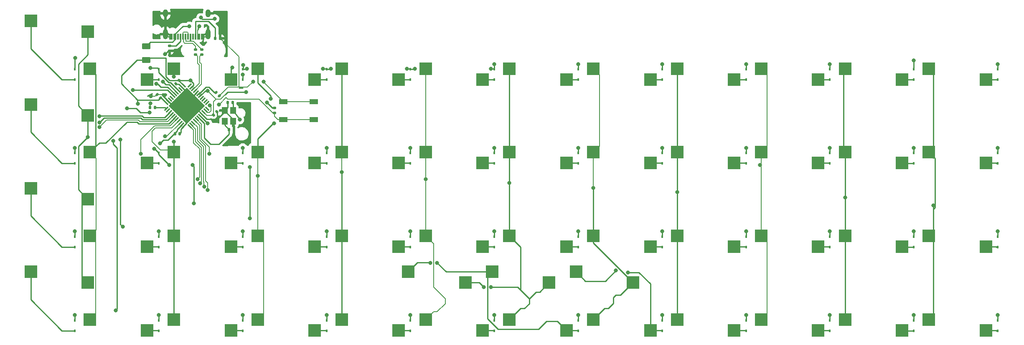
<source format=gbl>
G04 #@! TF.GenerationSoftware,KiCad,Pcbnew,(6.0.4-0)*
G04 #@! TF.CreationDate,2023-09-21T22:36:29-05:00*
G04 #@! TF.ProjectId,dogema48_cfx,646f6765-6d61-4343-985f-6366782e6b69,rev?*
G04 #@! TF.SameCoordinates,Original*
G04 #@! TF.FileFunction,Copper,L2,Bot*
G04 #@! TF.FilePolarity,Positive*
%FSLAX45Y45*%
G04 Gerber Fmt 4.5, Leading zero omitted, Abs format (unit mm)*
G04 Created by KiCad (PCBNEW (6.0.4-0)) date 2023-09-21 22:36:29*
%MOMM*%
%LPD*%
G01*
G04 APERTURE LIST*
G04 Aperture macros list*
%AMRoundRect*
0 Rectangle with rounded corners*
0 $1 Rounding radius*
0 $2 $3 $4 $5 $6 $7 $8 $9 X,Y pos of 4 corners*
0 Add a 4 corners polygon primitive as box body*
4,1,4,$2,$3,$4,$5,$6,$7,$8,$9,$2,$3,0*
0 Add four circle primitives for the rounded corners*
1,1,$1+$1,$2,$3*
1,1,$1+$1,$4,$5*
1,1,$1+$1,$6,$7*
1,1,$1+$1,$8,$9*
0 Add four rect primitives between the rounded corners*
20,1,$1+$1,$2,$3,$4,$5,0*
20,1,$1+$1,$4,$5,$6,$7,0*
20,1,$1+$1,$6,$7,$8,$9,0*
20,1,$1+$1,$8,$9,$2,$3,0*%
%AMRotRect*
0 Rectangle, with rotation*
0 The origin of the aperture is its center*
0 $1 length*
0 $2 width*
0 $3 Rotation angle, in degrees counterclockwise*
0 Add horizontal line*
21,1,$1,$2,0,0,$3*%
G04 Aperture macros list end*
G04 #@! TA.AperFunction,SMDPad,CuDef*
%ADD10R,2.600000X2.600000*%
G04 #@! TD*
G04 #@! TA.AperFunction,SMDPad,CuDef*
%ADD11R,0.450000X0.600000*%
G04 #@! TD*
G04 #@! TA.AperFunction,SMDPad,CuDef*
%ADD12RoundRect,0.140000X0.219203X0.021213X0.021213X0.219203X-0.219203X-0.021213X-0.021213X-0.219203X0*%
G04 #@! TD*
G04 #@! TA.AperFunction,SMDPad,CuDef*
%ADD13RoundRect,0.135000X-0.185000X0.135000X-0.185000X-0.135000X0.185000X-0.135000X0.185000X0.135000X0*%
G04 #@! TD*
G04 #@! TA.AperFunction,SMDPad,CuDef*
%ADD14RoundRect,0.140000X0.021213X-0.219203X0.219203X-0.021213X-0.021213X0.219203X-0.219203X0.021213X0*%
G04 #@! TD*
G04 #@! TA.AperFunction,SMDPad,CuDef*
%ADD15RoundRect,0.062500X0.291682X0.380070X-0.380070X-0.291682X-0.291682X-0.380070X0.380070X0.291682X0*%
G04 #@! TD*
G04 #@! TA.AperFunction,SMDPad,CuDef*
%ADD16RoundRect,0.062500X-0.291682X0.380070X-0.380070X0.291682X0.291682X-0.380070X0.380070X-0.291682X0*%
G04 #@! TD*
G04 #@! TA.AperFunction,SMDPad,CuDef*
%ADD17RotRect,5.200000X5.200000X225.000000*%
G04 #@! TD*
G04 #@! TA.AperFunction,SMDPad,CuDef*
%ADD18RoundRect,0.140000X-0.140000X-0.170000X0.140000X-0.170000X0.140000X0.170000X-0.140000X0.170000X0*%
G04 #@! TD*
G04 #@! TA.AperFunction,SMDPad,CuDef*
%ADD19R,1.200000X1.400000*%
G04 #@! TD*
G04 #@! TA.AperFunction,SMDPad,CuDef*
%ADD20RoundRect,0.140000X-0.021213X0.219203X-0.219203X0.021213X0.021213X-0.219203X0.219203X-0.021213X0*%
G04 #@! TD*
G04 #@! TA.AperFunction,SMDPad,CuDef*
%ADD21RoundRect,0.135000X0.135000X0.185000X-0.135000X0.185000X-0.135000X-0.185000X0.135000X-0.185000X0*%
G04 #@! TD*
G04 #@! TA.AperFunction,SMDPad,CuDef*
%ADD22R,1.800000X1.100000*%
G04 #@! TD*
G04 #@! TA.AperFunction,SMDPad,CuDef*
%ADD23RoundRect,0.135000X-0.135000X-0.185000X0.135000X-0.185000X0.135000X0.185000X-0.135000X0.185000X0*%
G04 #@! TD*
G04 #@! TA.AperFunction,SMDPad,CuDef*
%ADD24RoundRect,0.140000X0.140000X0.170000X-0.140000X0.170000X-0.140000X-0.170000X0.140000X-0.170000X0*%
G04 #@! TD*
G04 #@! TA.AperFunction,SMDPad,CuDef*
%ADD25R,0.300000X1.150000*%
G04 #@! TD*
G04 #@! TA.AperFunction,ComponentPad*
%ADD26O,1.000000X2.100000*%
G04 #@! TD*
G04 #@! TA.AperFunction,ComponentPad*
%ADD27O,1.000000X1.600000*%
G04 #@! TD*
G04 #@! TA.AperFunction,SMDPad,CuDef*
%ADD28RoundRect,0.250000X-0.625000X0.375000X-0.625000X-0.375000X0.625000X-0.375000X0.625000X0.375000X0*%
G04 #@! TD*
G04 #@! TA.AperFunction,SMDPad,CuDef*
%ADD29RoundRect,0.140000X-0.219203X-0.021213X-0.021213X-0.219203X0.219203X0.021213X0.021213X0.219203X0*%
G04 #@! TD*
G04 #@! TA.AperFunction,ViaPad*
%ADD30C,0.800000*%
G04 #@! TD*
G04 #@! TA.AperFunction,Conductor*
%ADD31C,0.250000*%
G04 #@! TD*
G04 #@! TA.AperFunction,Conductor*
%ADD32C,0.200000*%
G04 #@! TD*
G04 APERTURE END LIST*
D10*
G04 #@! TO.P,SW25,1,1*
G04 #@! TO.N,Net-(D25-Pad2)*
X15414993Y-6332497D03*
G04 #@! TO.P,SW25,2,2*
G04 #@! TO.N,col5*
X14259993Y-6112497D03*
G04 #@! TD*
G04 #@! TO.P,SW17,1,1*
G04 #@! TO.N,Net-(D17-Pad2)*
X18814991Y-4632498D03*
G04 #@! TO.P,SW17,2,2*
G04 #@! TO.N,col7*
X17659991Y-4412498D03*
G04 #@! TD*
G04 #@! TO.P,SW23,1,1*
G04 #@! TO.N,Net-(D23-Pad2)*
X12014994Y-6332497D03*
G04 #@! TO.P,SW23,2,2*
G04 #@! TO.N,col3*
X10859995Y-6112497D03*
G04 #@! TD*
G04 #@! TO.P,SW26,1,1*
G04 #@! TO.N,Net-(D26-Pad2)*
X17114992Y-6332497D03*
G04 #@! TO.P,SW26,2,2*
G04 #@! TO.N,col6*
X15959992Y-6112497D03*
G04 #@! TD*
G04 #@! TO.P,SW13,1,1*
G04 #@! TO.N,Net-(D13-Pad2)*
X12014994Y-4632498D03*
G04 #@! TO.P,SW13,2,2*
G04 #@! TO.N,col3*
X10859995Y-4412498D03*
G04 #@! TD*
G04 #@! TO.P,SW20,1,1*
G04 #@! TO.N,Net-(D20-Pad2)*
X23914989Y-4632498D03*
G04 #@! TO.P,SW20,2,2*
G04 #@! TO.N,col10*
X22759989Y-4412498D03*
G04 #@! TD*
G04 #@! TO.P,SW16,1,1*
G04 #@! TO.N,Net-(D16-Pad2)*
X17114992Y-4632498D03*
G04 #@! TO.P,SW16,2,2*
G04 #@! TO.N,col6*
X15959992Y-4412498D03*
G04 #@! TD*
G04 #@! TO.P,SW4,1,1*
G04 #@! TO.N,Net-(D4-Pad2)*
X13714994Y-2932499D03*
G04 #@! TO.P,SW4,2,2*
G04 #@! TO.N,col4*
X12559994Y-2712499D03*
G04 #@! TD*
G04 #@! TO.P,SW1,1,1*
G04 #@! TO.N,Net-(D1-Pad2)*
X7959996Y-1742499D03*
G04 #@! TO.P,SW1,2,2*
G04 #@! TO.N,col1*
X9114996Y-1962499D03*
G04 #@! TD*
G04 #@! TO.P,SW29,1,1*
G04 #@! TO.N,Net-(D29-Pad2)*
X22214990Y-6332497D03*
G04 #@! TO.P,SW29,2,2*
G04 #@! TO.N,col9*
X21059990Y-6112497D03*
G04 #@! TD*
G04 #@! TO.P,SW15,1,1*
G04 #@! TO.N,Net-(D15-Pad2)*
X15414993Y-4632498D03*
G04 #@! TO.P,SW15,2,2*
G04 #@! TO.N,col5*
X14259993Y-4412498D03*
G04 #@! TD*
G04 #@! TO.P,SW34,1,1*
G04 #@! TO.N,Net-(D34-Pad2)*
X13714994Y-8032496D03*
G04 #@! TO.P,SW34,2,2*
G04 #@! TO.N,col4*
X12559994Y-7812496D03*
G04 #@! TD*
G04 #@! TO.P,SW6,1,1*
G04 #@! TO.N,Net-(D6-Pad2)*
X17114992Y-2932499D03*
G04 #@! TO.P,SW6,2,2*
G04 #@! TO.N,col6*
X15959992Y-2712499D03*
G04 #@! TD*
G04 #@! TO.P,SW10,1,1*
G04 #@! TO.N,Net-(D10-Pad2)*
X23914989Y-2932499D03*
G04 #@! TO.P,SW10,2,2*
G04 #@! TO.N,col10*
X22759989Y-2712499D03*
G04 #@! TD*
G04 #@! TO.P,SW46,1,1*
G04 #@! TO.N,Net-(D46-Pad2)*
X27314987Y-6332497D03*
G04 #@! TO.P,SW46,2,2*
G04 #@! TO.N,col12*
X26159987Y-6112497D03*
G04 #@! TD*
G04 #@! TO.P,SW47,1,1*
G04 #@! TO.N,Net-(D37-Pad2)*
X17309992Y-6842496D03*
G04 #@! TO.P,SW47,2,2*
G04 #@! TO.N,col7*
X18464992Y-7062496D03*
G04 #@! TD*
G04 #@! TO.P,SW33,1,1*
G04 #@! TO.N,Net-(D33-Pad2)*
X12014994Y-8032496D03*
G04 #@! TO.P,SW33,2,2*
G04 #@! TO.N,col3*
X10859995Y-7812496D03*
G04 #@! TD*
G04 #@! TO.P,SW27,1,1*
G04 #@! TO.N,Net-(D27-Pad2)*
X18814991Y-6332497D03*
G04 #@! TO.P,SW27,2,2*
G04 #@! TO.N,col7*
X17659991Y-6112497D03*
G04 #@! TD*
G04 #@! TO.P,SW51,1,1*
G04 #@! TO.N,Net-(D38-Pad2)*
X19009991Y-6842496D03*
G04 #@! TO.P,SW51,2,2*
G04 #@! TO.N,col8*
X20164991Y-7062496D03*
G04 #@! TD*
G04 #@! TO.P,SW30,1,1*
G04 #@! TO.N,Net-(D30-Pad2)*
X23914989Y-6332497D03*
G04 #@! TO.P,SW30,2,2*
G04 #@! TO.N,col10*
X22759989Y-6112497D03*
G04 #@! TD*
G04 #@! TO.P,SW44,1,1*
G04 #@! TO.N,Net-(D44-Pad2)*
X27314987Y-4632498D03*
G04 #@! TO.P,SW44,2,2*
G04 #@! TO.N,col12*
X26159987Y-4412498D03*
G04 #@! TD*
G04 #@! TO.P,SW7,1,1*
G04 #@! TO.N,Net-(D7-Pad2)*
X18814991Y-2932499D03*
G04 #@! TO.P,SW7,2,2*
G04 #@! TO.N,col7*
X17659991Y-2712499D03*
G04 #@! TD*
G04 #@! TO.P,SW19,1,1*
G04 #@! TO.N,Net-(D19-Pad2)*
X22214990Y-4632498D03*
G04 #@! TO.P,SW19,2,2*
G04 #@! TO.N,col9*
X21059990Y-4412498D03*
G04 #@! TD*
G04 #@! TO.P,SW50,1,1*
G04 #@! TO.N,Net-(D37-Pad2)*
X15609992Y-6842496D03*
G04 #@! TO.P,SW50,2,2*
G04 #@! TO.N,col7*
X16764992Y-7062496D03*
G04 #@! TD*
G04 #@! TO.P,SW40,1,1*
G04 #@! TO.N,Net-(D40-Pad2)*
X23914989Y-8032496D03*
G04 #@! TO.P,SW40,2,2*
G04 #@! TO.N,col10*
X22759989Y-7812496D03*
G04 #@! TD*
G04 #@! TO.P,SW24,1,1*
G04 #@! TO.N,Net-(D24-Pad2)*
X13714994Y-6332497D03*
G04 #@! TO.P,SW24,2,2*
G04 #@! TO.N,col4*
X12559994Y-6112497D03*
G04 #@! TD*
G04 #@! TO.P,SW49,1,1*
G04 #@! TO.N,Net-(D48-Pad2)*
X27314987Y-8032496D03*
G04 #@! TO.P,SW49,2,2*
G04 #@! TO.N,col12*
X26159987Y-7812496D03*
G04 #@! TD*
G04 #@! TO.P,SW32,1,1*
G04 #@! TO.N,Net-(D32-Pad2)*
X10314995Y-8032496D03*
G04 #@! TO.P,SW32,2,2*
G04 #@! TO.N,col2*
X9159995Y-7812496D03*
G04 #@! TD*
G04 #@! TO.P,SW5,1,1*
G04 #@! TO.N,Net-(D5-Pad2)*
X15414993Y-2932499D03*
G04 #@! TO.P,SW5,2,2*
G04 #@! TO.N,col5*
X14259993Y-2712499D03*
G04 #@! TD*
G04 #@! TO.P,SW48,1,1*
G04 #@! TO.N,Net-(D47-Pad2)*
X25614988Y-8032496D03*
G04 #@! TO.P,SW48,2,2*
G04 #@! TO.N,col11*
X24459988Y-7812496D03*
G04 #@! TD*
G04 #@! TO.P,SW31,1,1*
G04 #@! TO.N,Net-(D31-Pad2)*
X7959996Y-6842496D03*
G04 #@! TO.P,SW31,2,2*
G04 #@! TO.N,col1*
X9114996Y-7062496D03*
G04 #@! TD*
G04 #@! TO.P,SW38,1,1*
G04 #@! TO.N,Net-(D38-Pad2)*
X20514991Y-8032496D03*
G04 #@! TO.P,SW38,2,2*
G04 #@! TO.N,col8*
X19359991Y-7812496D03*
G04 #@! TD*
G04 #@! TO.P,SW35,1,1*
G04 #@! TO.N,Net-(D35-Pad2)*
X15414993Y-8032496D03*
G04 #@! TO.P,SW35,2,2*
G04 #@! TO.N,col5*
X14259993Y-7812496D03*
G04 #@! TD*
G04 #@! TO.P,SW45,1,1*
G04 #@! TO.N,Net-(D45-Pad2)*
X25614988Y-6332497D03*
G04 #@! TO.P,SW45,2,2*
G04 #@! TO.N,col11*
X24459988Y-6112497D03*
G04 #@! TD*
G04 #@! TO.P,SW18,1,1*
G04 #@! TO.N,Net-(D18-Pad2)*
X20514991Y-4632498D03*
G04 #@! TO.P,SW18,2,2*
G04 #@! TO.N,col8*
X19359991Y-4412498D03*
G04 #@! TD*
G04 #@! TO.P,SW41,1,1*
G04 #@! TO.N,Net-(D41-Pad2)*
X25614988Y-2932499D03*
G04 #@! TO.P,SW41,2,2*
G04 #@! TO.N,col11*
X24459988Y-2712499D03*
G04 #@! TD*
G04 #@! TO.P,SW3,1,1*
G04 #@! TO.N,Net-(D3-Pad2)*
X12014994Y-2932499D03*
G04 #@! TO.P,SW3,2,2*
G04 #@! TO.N,col3*
X10859995Y-2712499D03*
G04 #@! TD*
G04 #@! TO.P,SW9,1,1*
G04 #@! TO.N,Net-(D9-Pad2)*
X22214990Y-2932499D03*
G04 #@! TO.P,SW9,2,2*
G04 #@! TO.N,col9*
X21059990Y-2712499D03*
G04 #@! TD*
G04 #@! TO.P,SW14,1,1*
G04 #@! TO.N,Net-(D14-Pad2)*
X13714994Y-4632498D03*
G04 #@! TO.P,SW14,2,2*
G04 #@! TO.N,col4*
X12559994Y-4412498D03*
G04 #@! TD*
G04 #@! TO.P,SW21,1,1*
G04 #@! TO.N,Net-(D21-Pad2)*
X7959996Y-5142497D03*
G04 #@! TO.P,SW21,2,2*
G04 #@! TO.N,col1*
X9114996Y-5362497D03*
G04 #@! TD*
G04 #@! TO.P,SW2,1,1*
G04 #@! TO.N,Net-(D2-Pad2)*
X10314995Y-2932499D03*
G04 #@! TO.P,SW2,2,2*
G04 #@! TO.N,col2*
X9159995Y-2712499D03*
G04 #@! TD*
G04 #@! TO.P,SW12,1,1*
G04 #@! TO.N,Net-(D12-Pad2)*
X10314995Y-4632498D03*
G04 #@! TO.P,SW12,2,2*
G04 #@! TO.N,col2*
X9159995Y-4412498D03*
G04 #@! TD*
G04 #@! TO.P,SW36,1,1*
G04 #@! TO.N,Net-(D36-Pad2)*
X17114992Y-8032496D03*
G04 #@! TO.P,SW36,2,2*
G04 #@! TO.N,col6*
X15959992Y-7812496D03*
G04 #@! TD*
G04 #@! TO.P,SW22,1,1*
G04 #@! TO.N,Net-(D22-Pad2)*
X10314995Y-6332497D03*
G04 #@! TO.P,SW22,2,2*
G04 #@! TO.N,col2*
X9159995Y-6112497D03*
G04 #@! TD*
G04 #@! TO.P,SW43,1,1*
G04 #@! TO.N,Net-(D43-Pad2)*
X25614988Y-4632498D03*
G04 #@! TO.P,SW43,2,2*
G04 #@! TO.N,col11*
X24459988Y-4412498D03*
G04 #@! TD*
G04 #@! TO.P,SW28,1,1*
G04 #@! TO.N,Net-(D28-Pad2)*
X20514991Y-6332497D03*
G04 #@! TO.P,SW28,2,2*
G04 #@! TO.N,col8*
X19359991Y-6112497D03*
G04 #@! TD*
G04 #@! TO.P,SW37,1,1*
G04 #@! TO.N,Net-(D37-Pad2)*
X18814991Y-8032496D03*
G04 #@! TO.P,SW37,2,2*
G04 #@! TO.N,col7*
X17659991Y-7812496D03*
G04 #@! TD*
G04 #@! TO.P,SW11,1,1*
G04 #@! TO.N,Net-(D11-Pad2)*
X7959996Y-3442498D03*
G04 #@! TO.P,SW11,2,2*
G04 #@! TO.N,col1*
X9114996Y-3662498D03*
G04 #@! TD*
G04 #@! TO.P,SW39,1,1*
G04 #@! TO.N,Net-(D39-Pad2)*
X22214990Y-8032496D03*
G04 #@! TO.P,SW39,2,2*
G04 #@! TO.N,col9*
X21059990Y-7812496D03*
G04 #@! TD*
G04 #@! TO.P,SW42,1,1*
G04 #@! TO.N,Net-(D42-Pad2)*
X27314987Y-2932499D03*
G04 #@! TO.P,SW42,2,2*
G04 #@! TO.N,col12*
X26159987Y-2712499D03*
G04 #@! TD*
G04 #@! TO.P,SW8,1,1*
G04 #@! TO.N,Net-(D8-Pad2)*
X20514991Y-2932499D03*
G04 #@! TO.P,SW8,2,2*
G04 #@! TO.N,col8*
X19359991Y-2712499D03*
G04 #@! TD*
D11*
G04 #@! TO.P,D35,1,K*
G04 #@! TO.N,row4*
X15654159Y-7828330D03*
G04 #@! TO.P,D35,2,A*
G04 #@! TO.N,Net-(D35-Pad2)*
X15654159Y-8038330D03*
G04 #@! TD*
G04 #@! TO.P,D31,1,K*
G04 #@! TO.N,row4*
X8854163Y-7828330D03*
G04 #@! TO.P,D31,2,A*
G04 #@! TO.N,Net-(D31-Pad2)*
X8854163Y-8038330D03*
G04 #@! TD*
G04 #@! TO.P,D30,1,K*
G04 #@! TO.N,row3*
X24154155Y-6128330D03*
G04 #@! TO.P,D30,2,A*
G04 #@! TO.N,Net-(D30-Pad2)*
X24154155Y-6338330D03*
G04 #@! TD*
G04 #@! TO.P,D34,1,K*
G04 #@! TO.N,row4*
X13954160Y-7828330D03*
G04 #@! TO.P,D34,2,A*
G04 #@! TO.N,Net-(D34-Pad2)*
X13954160Y-8038330D03*
G04 #@! TD*
D12*
G04 #@! TO.P,C5,1*
G04 #@! TO.N,+5V*
X10583941Y-3308941D03*
G04 #@! TO.P,C5,2*
G04 #@! TO.N,GND*
X10516059Y-3241059D03*
G04 #@! TD*
D13*
G04 #@! TO.P,R4,1*
G04 #@! TO.N,D+*
X11425000Y-2324000D03*
G04 #@! TO.P,R4,2*
G04 #@! TO.N,D_res+*
X11425000Y-2426000D03*
G04 #@! TD*
D11*
G04 #@! TO.P,D11,1,K*
G04 #@! TO.N,row2*
X8854163Y-4428331D03*
G04 #@! TO.P,D11,2,A*
G04 #@! TO.N,Net-(D11-Pad2)*
X8854163Y-4638331D03*
G04 #@! TD*
G04 #@! TO.P,D8,1,K*
G04 #@! TO.N,row1*
X20754157Y-2728332D03*
G04 #@! TO.P,D8,2,A*
G04 #@! TO.N,Net-(D8-Pad2)*
X20754157Y-2938332D03*
G04 #@! TD*
G04 #@! TO.P,D46,1,K*
G04 #@! TO.N,row3*
X27554154Y-6128330D03*
G04 #@! TO.P,D46,2,A*
G04 #@! TO.N,Net-(D46-Pad2)*
X27554154Y-6338330D03*
G04 #@! TD*
G04 #@! TO.P,D22,1,K*
G04 #@! TO.N,row3*
X10554162Y-6128330D03*
G04 #@! TO.P,D22,2,A*
G04 #@! TO.N,Net-(D22-Pad2)*
X10554162Y-6338330D03*
G04 #@! TD*
G04 #@! TO.P,D24,1,K*
G04 #@! TO.N,row3*
X13954160Y-6128330D03*
G04 #@! TO.P,D24,2,A*
G04 #@! TO.N,Net-(D24-Pad2)*
X13954160Y-6338330D03*
G04 #@! TD*
D14*
G04 #@! TO.P,C4,1*
G04 #@! TO.N,+5V*
X11666059Y-3653941D03*
G04 #@! TO.P,C4,2*
G04 #@! TO.N,GND*
X11733941Y-3586059D03*
G04 #@! TD*
D15*
G04 #@! TO.P,U1,1,PE6*
G04 #@! TO.N,unconnected-(U1-Pad1)*
X11180048Y-3058058D03*
G04 #@! TO.P,U1,2,UVCC*
G04 #@! TO.N,+5V*
X11215404Y-3093413D03*
G04 #@! TO.P,U1,3,D-*
G04 #@! TO.N,D_res-*
X11250759Y-3128769D03*
G04 #@! TO.P,U1,4,D+*
G04 #@! TO.N,D_res+*
X11286114Y-3164124D03*
G04 #@! TO.P,U1,5,UGND*
G04 #@! TO.N,GND*
X11321470Y-3199479D03*
G04 #@! TO.P,U1,6,UCAP*
G04 #@! TO.N,Net-(C3-Pad1)*
X11356825Y-3234835D03*
G04 #@! TO.P,U1,7,VBUS*
G04 #@! TO.N,+5V*
X11392180Y-3270190D03*
G04 #@! TO.P,U1,8,PB0*
G04 #@! TO.N,unconnected-(U1-Pad8)*
X11427536Y-3305545D03*
G04 #@! TO.P,U1,9,PB1*
G04 #@! TO.N,unconnected-(U1-Pad9)*
X11462891Y-3340901D03*
G04 #@! TO.P,U1,10,PB2*
G04 #@! TO.N,unconnected-(U1-Pad10)*
X11498246Y-3376256D03*
G04 #@! TO.P,U1,11,PB3*
G04 #@! TO.N,unconnected-(U1-Pad11)*
X11533602Y-3411611D03*
D16*
G04 #@! TO.P,U1,12,PB7*
G04 #@! TO.N,unconnected-(U1-Pad12)*
X11533602Y-3530052D03*
G04 #@! TO.P,U1,13,~{RESET}*
G04 #@! TO.N,Net-(B1-Pad2)*
X11498246Y-3565407D03*
G04 #@! TO.P,U1,14,VCC*
G04 #@! TO.N,+5V*
X11462891Y-3600763D03*
G04 #@! TO.P,U1,15,GND*
G04 #@! TO.N,GND*
X11427536Y-3636118D03*
G04 #@! TO.P,U1,16,XTAL2*
G04 #@! TO.N,Net-(C2-Pad2)*
X11392180Y-3671473D03*
G04 #@! TO.P,U1,17,XTAL1*
G04 #@! TO.N,Net-(C1-Pad2)*
X11356825Y-3706829D03*
G04 #@! TO.P,U1,18,PD0*
G04 #@! TO.N,col10*
X11321470Y-3742184D03*
G04 #@! TO.P,U1,19,PD1*
G04 #@! TO.N,col9*
X11286114Y-3777539D03*
G04 #@! TO.P,U1,20,PD2*
G04 #@! TO.N,col8*
X11250759Y-3812895D03*
G04 #@! TO.P,U1,21,PD3*
G04 #@! TO.N,col7*
X11215404Y-3848250D03*
G04 #@! TO.P,U1,22,PD5*
G04 #@! TO.N,col6*
X11180048Y-3883605D03*
D15*
G04 #@! TO.P,U1,23,GND*
G04 #@! TO.N,GND*
X11061608Y-3883605D03*
G04 #@! TO.P,U1,24,AVCC*
G04 #@! TO.N,+5V*
X11026253Y-3848250D03*
G04 #@! TO.P,U1,25,PD4*
G04 #@! TO.N,col5*
X10990897Y-3812895D03*
G04 #@! TO.P,U1,26,PD6*
G04 #@! TO.N,col3*
X10955542Y-3777539D03*
G04 #@! TO.P,U1,27,PD7*
G04 #@! TO.N,col4*
X10920187Y-3742184D03*
G04 #@! TO.P,U1,28,PB4*
G04 #@! TO.N,col2*
X10884831Y-3706829D03*
G04 #@! TO.P,U1,29,PB5*
G04 #@! TO.N,col1*
X10849476Y-3671473D03*
G04 #@! TO.P,U1,30,PB6*
G04 #@! TO.N,col11*
X10814121Y-3636118D03*
G04 #@! TO.P,U1,31,PC6*
G04 #@! TO.N,col12*
X10778765Y-3600763D03*
G04 #@! TO.P,U1,32,PC7*
G04 #@! TO.N,unconnected-(U1-Pad32)*
X10743410Y-3565407D03*
G04 #@! TO.P,U1,33,~{HWB}/PE2*
G04 #@! TO.N,Net-(R6-Pad1)*
X10708055Y-3530052D03*
D16*
G04 #@! TO.P,U1,34,VCC*
G04 #@! TO.N,+5V*
X10708055Y-3411611D03*
G04 #@! TO.P,U1,35,GND*
G04 #@! TO.N,GND*
X10743410Y-3376256D03*
G04 #@! TO.P,U1,36,PF7*
G04 #@! TO.N,unconnected-(U1-Pad36)*
X10778765Y-3340901D03*
G04 #@! TO.P,U1,37,PF6*
G04 #@! TO.N,unconnected-(U1-Pad37)*
X10814121Y-3305545D03*
G04 #@! TO.P,U1,38,PF5*
G04 #@! TO.N,row4*
X10849476Y-3270190D03*
G04 #@! TO.P,U1,39,PF4*
G04 #@! TO.N,row3*
X10884831Y-3234835D03*
G04 #@! TO.P,U1,40,PF1*
G04 #@! TO.N,row2*
X10920187Y-3199479D03*
G04 #@! TO.P,U1,41,PF0*
G04 #@! TO.N,row1*
X10955542Y-3164124D03*
G04 #@! TO.P,U1,42,AREF*
G04 #@! TO.N,unconnected-(U1-Pad42)*
X10990897Y-3128769D03*
G04 #@! TO.P,U1,43,GND*
G04 #@! TO.N,GND*
X11026253Y-3093413D03*
G04 #@! TO.P,U1,44,AVCC*
G04 #@! TO.N,+5V*
X11061608Y-3058058D03*
D17*
G04 #@! TO.P,U1,45,GND*
G04 #@! TO.N,GND*
X11120828Y-3470832D03*
G04 #@! TD*
D11*
G04 #@! TO.P,D27,1,K*
G04 #@! TO.N,row3*
X19054158Y-6128330D03*
G04 #@! TO.P,D27,2,A*
G04 #@! TO.N,Net-(D27-Pad2)*
X19054158Y-6338330D03*
G04 #@! TD*
G04 #@! TO.P,D48,1,K*
G04 #@! TO.N,row4*
X27554154Y-7828330D03*
G04 #@! TO.P,D48,2,A*
G04 #@! TO.N,Net-(D48-Pad2)*
X27554154Y-8038330D03*
G04 #@! TD*
G04 #@! TO.P,D4,1,K*
G04 #@! TO.N,row1*
X13954160Y-2728332D03*
G04 #@! TO.P,D4,2,A*
G04 #@! TO.N,Net-(D4-Pad2)*
X13954160Y-2938332D03*
G04 #@! TD*
G04 #@! TO.P,D47,1,K*
G04 #@! TO.N,row4*
X25854154Y-7828330D03*
G04 #@! TO.P,D47,2,A*
G04 #@! TO.N,Net-(D47-Pad2)*
X25854154Y-8038330D03*
G04 #@! TD*
G04 #@! TO.P,D40,1,K*
G04 #@! TO.N,row4*
X24154155Y-7828330D03*
G04 #@! TO.P,D40,2,A*
G04 #@! TO.N,Net-(D40-Pad2)*
X24154155Y-8038330D03*
G04 #@! TD*
G04 #@! TO.P,D29,1,K*
G04 #@! TO.N,row3*
X22454156Y-6128330D03*
G04 #@! TO.P,D29,2,A*
G04 #@! TO.N,Net-(D29-Pad2)*
X22454156Y-6338330D03*
G04 #@! TD*
G04 #@! TO.P,D28,1,K*
G04 #@! TO.N,row3*
X20754157Y-6128330D03*
G04 #@! TO.P,D28,2,A*
G04 #@! TO.N,Net-(D28-Pad2)*
X20754157Y-6338330D03*
G04 #@! TD*
G04 #@! TO.P,D33,1,K*
G04 #@! TO.N,row4*
X12254161Y-7828330D03*
G04 #@! TO.P,D33,2,A*
G04 #@! TO.N,Net-(D33-Pad2)*
X12254161Y-8038330D03*
G04 #@! TD*
G04 #@! TO.P,D15,1,K*
G04 #@! TO.N,row2*
X15654159Y-4428331D03*
G04 #@! TO.P,D15,2,A*
G04 #@! TO.N,Net-(D15-Pad2)*
X15654159Y-4638331D03*
G04 #@! TD*
G04 #@! TO.P,D9,1,K*
G04 #@! TO.N,row1*
X22454156Y-2728332D03*
G04 #@! TO.P,D9,2,A*
G04 #@! TO.N,Net-(D9-Pad2)*
X22454156Y-2938332D03*
G04 #@! TD*
G04 #@! TO.P,D21,1,K*
G04 #@! TO.N,row3*
X8854163Y-6128330D03*
G04 #@! TO.P,D21,2,A*
G04 #@! TO.N,Net-(D21-Pad2)*
X8854163Y-6338330D03*
G04 #@! TD*
D18*
G04 #@! TO.P,C2,1*
G04 #@! TO.N,GND*
X11952000Y-3400000D03*
G04 #@! TO.P,C2,2*
G04 #@! TO.N,Net-(C2-Pad2)*
X12048000Y-3400000D03*
G04 #@! TD*
D19*
G04 #@! TO.P,Y1,1,1*
G04 #@! TO.N,Net-(C1-Pad2)*
X11890000Y-3785000D03*
G04 #@! TO.P,Y1,2,2*
G04 #@! TO.N,GND*
X11890000Y-3565000D03*
G04 #@! TO.P,Y1,3,3*
G04 #@! TO.N,Net-(C2-Pad2)*
X12060000Y-3565000D03*
G04 #@! TO.P,Y1,4,4*
G04 #@! TO.N,GND*
X12060000Y-3785000D03*
G04 #@! TD*
D11*
G04 #@! TO.P,D42,1,K*
G04 #@! TO.N,row1*
X27554154Y-2728332D03*
G04 #@! TO.P,D42,2,A*
G04 #@! TO.N,Net-(D42-Pad2)*
X27554154Y-2938332D03*
G04 #@! TD*
G04 #@! TO.P,D32,1,K*
G04 #@! TO.N,row4*
X10554162Y-7828330D03*
G04 #@! TO.P,D32,2,A*
G04 #@! TO.N,Net-(D32-Pad2)*
X10554162Y-8038330D03*
G04 #@! TD*
D13*
G04 #@! TO.P,R5,1*
G04 #@! TO.N,D-*
X11300000Y-2324000D03*
G04 #@! TO.P,R5,2*
G04 #@! TO.N,D_res-*
X11300000Y-2426000D03*
G04 #@! TD*
D11*
G04 #@! TO.P,D19,1,K*
G04 #@! TO.N,row2*
X22454156Y-4428331D03*
G04 #@! TO.P,D19,2,A*
G04 #@! TO.N,Net-(D19-Pad2)*
X22454156Y-4638331D03*
G04 #@! TD*
G04 #@! TO.P,D41,1,K*
G04 #@! TO.N,row1*
X25854154Y-2728332D03*
G04 #@! TO.P,D41,2,A*
G04 #@! TO.N,Net-(D41-Pad2)*
X25854154Y-2938332D03*
G04 #@! TD*
G04 #@! TO.P,D10,1,K*
G04 #@! TO.N,row1*
X24154155Y-2728332D03*
G04 #@! TO.P,D10,2,A*
G04 #@! TO.N,Net-(D10-Pad2)*
X24154155Y-2938332D03*
G04 #@! TD*
G04 #@! TO.P,D14,1,K*
G04 #@! TO.N,row2*
X13954160Y-4428331D03*
G04 #@! TO.P,D14,2,A*
G04 #@! TO.N,Net-(D14-Pad2)*
X13954160Y-4638331D03*
G04 #@! TD*
G04 #@! TO.P,D6,1,K*
G04 #@! TO.N,row1*
X17354159Y-2728332D03*
G04 #@! TO.P,D6,2,A*
G04 #@! TO.N,Net-(D6-Pad2)*
X17354159Y-2938332D03*
G04 #@! TD*
D20*
G04 #@! TO.P,C7,1*
G04 #@! TO.N,+5V*
X10968941Y-2953559D03*
G04 #@! TO.P,C7,2*
G04 #@! TO.N,GND*
X10901059Y-3021441D03*
G04 #@! TD*
D11*
G04 #@! TO.P,D43,1,K*
G04 #@! TO.N,row2*
X25854154Y-4428331D03*
G04 #@! TO.P,D43,2,A*
G04 #@! TO.N,Net-(D43-Pad2)*
X25854154Y-4638331D03*
G04 #@! TD*
G04 #@! TO.P,D18,1,K*
G04 #@! TO.N,row2*
X20754157Y-4428331D03*
G04 #@! TO.P,D18,2,A*
G04 #@! TO.N,Net-(D18-Pad2)*
X20754157Y-4638331D03*
G04 #@! TD*
D21*
G04 #@! TO.P,R6,1*
G04 #@! TO.N,Net-(R6-Pad1)*
X10476000Y-3500000D03*
G04 #@! TO.P,R6,2*
G04 #@! TO.N,GND*
X10374000Y-3500000D03*
G04 #@! TD*
D11*
G04 #@! TO.P,D16,1,K*
G04 #@! TO.N,row2*
X17354159Y-4428331D03*
G04 #@! TO.P,D16,2,A*
G04 #@! TO.N,Net-(D16-Pad2)*
X17354159Y-4638331D03*
G04 #@! TD*
G04 #@! TO.P,D45,1,K*
G04 #@! TO.N,row3*
X25854154Y-6128330D03*
G04 #@! TO.P,D45,2,A*
G04 #@! TO.N,Net-(D45-Pad2)*
X25854154Y-6338330D03*
G04 #@! TD*
G04 #@! TO.P,D13,1,K*
G04 #@! TO.N,row2*
X12254161Y-4428331D03*
G04 #@! TO.P,D13,2,A*
G04 #@! TO.N,Net-(D13-Pad2)*
X12254161Y-4638331D03*
G04 #@! TD*
G04 #@! TO.P,D25,1,K*
G04 #@! TO.N,row3*
X15654159Y-6128330D03*
G04 #@! TO.P,D25,2,A*
G04 #@! TO.N,Net-(D25-Pad2)*
X15654159Y-6338330D03*
G04 #@! TD*
D22*
G04 #@! TO.P,B1,1,1*
G04 #@! TO.N,GND*
X13694000Y-3382000D03*
X13074000Y-3382000D03*
G04 #@! TO.P,B1,2,2*
G04 #@! TO.N,Net-(B1-Pad2)*
X13694000Y-3752000D03*
X13074000Y-3752000D03*
G04 #@! TD*
D11*
G04 #@! TO.P,D26,1,K*
G04 #@! TO.N,row3*
X17354159Y-6128330D03*
G04 #@! TO.P,D26,2,A*
G04 #@! TO.N,Net-(D26-Pad2)*
X17354159Y-6338330D03*
G04 #@! TD*
G04 #@! TO.P,D1,1,K*
G04 #@! TO.N,row1*
X8854163Y-2728332D03*
G04 #@! TO.P,D1,2,A*
G04 #@! TO.N,Net-(D1-Pad2)*
X8854163Y-2938332D03*
G04 #@! TD*
G04 #@! TO.P,D3,1,K*
G04 #@! TO.N,row1*
X12254161Y-2728332D03*
G04 #@! TO.P,D3,2,A*
G04 #@! TO.N,Net-(D3-Pad2)*
X12254161Y-2938332D03*
G04 #@! TD*
G04 #@! TO.P,D44,1,K*
G04 #@! TO.N,row2*
X27554154Y-4428331D03*
G04 #@! TO.P,D44,2,A*
G04 #@! TO.N,Net-(D44-Pad2)*
X27554154Y-4638331D03*
G04 #@! TD*
D18*
G04 #@! TO.P,C6,1*
G04 #@! TO.N,+5V*
X10883162Y-4037498D03*
G04 #@! TO.P,C6,2*
G04 #@! TO.N,GND*
X10979162Y-4037498D03*
G04 #@! TD*
D11*
G04 #@! TO.P,D7,1,K*
G04 #@! TO.N,row1*
X19054158Y-2728332D03*
G04 #@! TO.P,D7,2,A*
G04 #@! TO.N,Net-(D7-Pad2)*
X19054158Y-2938332D03*
G04 #@! TD*
D23*
G04 #@! TO.P,R3,1*
G04 #@! TO.N,Net-(J1-PadB5)*
X11699000Y-2100000D03*
G04 #@! TO.P,R3,2*
G04 #@! TO.N,GND*
X11801000Y-2100000D03*
G04 #@! TD*
D11*
G04 #@! TO.P,D23,1,K*
G04 #@! TO.N,row3*
X12254161Y-6128330D03*
G04 #@! TO.P,D23,2,A*
G04 #@! TO.N,Net-(D23-Pad2)*
X12254161Y-6338330D03*
G04 #@! TD*
D24*
G04 #@! TO.P,C1,1*
G04 #@! TO.N,GND*
X12073000Y-3950000D03*
G04 #@! TO.P,C1,2*
G04 #@! TO.N,Net-(C1-Pad2)*
X11977000Y-3950000D03*
G04 #@! TD*
D11*
G04 #@! TO.P,D17,1,K*
G04 #@! TO.N,row2*
X19054158Y-4428331D03*
G04 #@! TO.P,D17,2,A*
G04 #@! TO.N,Net-(D17-Pad2)*
X19054158Y-4638331D03*
G04 #@! TD*
D25*
G04 #@! TO.P,J1,A1,GND*
G04 #@! TO.N,GND*
X10785828Y-2066999D03*
G04 #@! TO.P,J1,A4,VBUS*
G04 #@! TO.N,VBUS*
X10865828Y-2066999D03*
G04 #@! TO.P,J1,A5,CC1*
G04 #@! TO.N,Net-(J1-PadA5)*
X10995828Y-2066999D03*
G04 #@! TO.P,J1,A6,D+*
G04 #@! TO.N,D+*
X11095828Y-2066999D03*
G04 #@! TO.P,J1,A7,D-*
G04 #@! TO.N,D-*
X11145828Y-2066999D03*
G04 #@! TO.P,J1,A8,SBU1*
G04 #@! TO.N,unconnected-(J1-PadA8)*
X11245828Y-2066999D03*
G04 #@! TO.P,J1,A9,VBUS*
G04 #@! TO.N,VBUS*
X11375828Y-2066999D03*
G04 #@! TO.P,J1,A12,GND*
G04 #@! TO.N,GND*
X11455828Y-2066999D03*
G04 #@! TO.P,J1,B1,GND*
X11425828Y-2066999D03*
G04 #@! TO.P,J1,B4,VBUS*
G04 #@! TO.N,VBUS*
X11345828Y-2066999D03*
G04 #@! TO.P,J1,B5,CC2*
G04 #@! TO.N,Net-(J1-PadB5)*
X11295828Y-2066999D03*
G04 #@! TO.P,J1,B6,D+*
G04 #@! TO.N,D+*
X11195828Y-2066999D03*
G04 #@! TO.P,J1,B7,D-*
G04 #@! TO.N,D-*
X11045828Y-2066999D03*
G04 #@! TO.P,J1,B8,SBU2*
G04 #@! TO.N,unconnected-(J1-PadB8)*
X10945828Y-2066999D03*
G04 #@! TO.P,J1,B9,VBUS*
G04 #@! TO.N,VBUS*
X10895828Y-2066999D03*
G04 #@! TO.P,J1,B12,GND*
G04 #@! TO.N,GND*
X10815828Y-2066999D03*
D26*
G04 #@! TO.P,J1,S1,SHIELD*
X10688828Y-2010499D03*
D27*
X10688828Y-1592499D03*
X11552828Y-1592499D03*
D26*
X11552828Y-2010499D03*
G04 #@! TD*
D11*
G04 #@! TO.P,D12,1,K*
G04 #@! TO.N,row2*
X10554162Y-4428331D03*
G04 #@! TO.P,D12,2,A*
G04 #@! TO.N,Net-(D12-Pad2)*
X10554162Y-4638331D03*
G04 #@! TD*
G04 #@! TO.P,D5,1,K*
G04 #@! TO.N,row1*
X15654159Y-2728332D03*
G04 #@! TO.P,D5,2,A*
G04 #@! TO.N,Net-(D5-Pad2)*
X15654159Y-2938332D03*
G04 #@! TD*
G04 #@! TO.P,D37,1,K*
G04 #@! TO.N,row4*
X19054158Y-7828330D03*
G04 #@! TO.P,D37,2,A*
G04 #@! TO.N,Net-(D37-Pad2)*
X19054158Y-8038330D03*
G04 #@! TD*
G04 #@! TO.P,D36,1,K*
G04 #@! TO.N,row4*
X17354159Y-7828330D03*
G04 #@! TO.P,D36,2,A*
G04 #@! TO.N,Net-(D36-Pad2)*
X17354159Y-8038330D03*
G04 #@! TD*
D28*
G04 #@! TO.P,F1,1*
G04 #@! TO.N,VBUS*
X10300000Y-2260000D03*
G04 #@! TO.P,F1,2*
G04 #@! TO.N,+5V*
X10300000Y-2540000D03*
G04 #@! TD*
D29*
G04 #@! TO.P,C3,1*
G04 #@! TO.N,Net-(C3-Pad1)*
X11714059Y-3198059D03*
G04 #@! TO.P,C3,2*
G04 #@! TO.N,GND*
X11781941Y-3265941D03*
G04 #@! TD*
D13*
G04 #@! TO.P,R2,1*
G04 #@! TO.N,Net-(J1-PadA5)*
X10775000Y-2248000D03*
G04 #@! TO.P,R2,2*
G04 #@! TO.N,GND*
X10775000Y-2350000D03*
G04 #@! TD*
D11*
G04 #@! TO.P,D39,1,K*
G04 #@! TO.N,row4*
X22454156Y-7828330D03*
G04 #@! TO.P,D39,2,A*
G04 #@! TO.N,Net-(D39-Pad2)*
X22454156Y-8038330D03*
G04 #@! TD*
D13*
G04 #@! TO.P,R1,1*
G04 #@! TO.N,+5V*
X12895000Y-3510000D03*
G04 #@! TO.P,R1,2*
G04 #@! TO.N,Net-(B1-Pad2)*
X12895000Y-3612000D03*
G04 #@! TD*
D11*
G04 #@! TO.P,D20,1,K*
G04 #@! TO.N,row2*
X24154155Y-4428331D03*
G04 #@! TO.P,D20,2,A*
G04 #@! TO.N,Net-(D20-Pad2)*
X24154155Y-4638331D03*
G04 #@! TD*
G04 #@! TO.P,D38,1,K*
G04 #@! TO.N,row4*
X20754157Y-7828330D03*
G04 #@! TO.P,D38,2,A*
G04 #@! TO.N,Net-(D38-Pad2)*
X20754157Y-8038330D03*
G04 #@! TD*
G04 #@! TO.P,D2,1,K*
G04 #@! TO.N,row1*
X10554162Y-2728332D03*
G04 #@! TO.P,D2,2,A*
G04 #@! TO.N,Net-(D2-Pad2)*
X10554162Y-2938332D03*
G04 #@! TD*
D30*
G04 #@! TO.N,GND*
X10380000Y-3422450D03*
X12679161Y-2974999D03*
X10676000Y-2422000D03*
X10390000Y-3277550D03*
X12466661Y-2974999D03*
G04 #@! TO.N,Net-(B1-Pad2)*
X11776009Y-3440000D03*
X11583836Y-3463836D03*
G04 #@! TO.N,Net-(C2-Pad2)*
X12193449Y-3752135D03*
X11547445Y-3824998D03*
G04 #@! TO.N,+5V*
X11193898Y-2950000D03*
X10575968Y-4235369D03*
X11540000Y-3161450D03*
X12324994Y-3187498D03*
X10129950Y-3429000D03*
X12749994Y-3399998D03*
G04 #@! TO.N,row1*
X27554154Y-2620832D03*
X11404161Y-1677550D03*
X12340000Y-2720000D03*
X20754157Y-2620832D03*
X14040000Y-2720000D03*
X17354159Y-2620832D03*
X24154155Y-2620832D03*
X11687494Y-1699999D03*
X12260000Y-2640000D03*
X8860000Y-2500000D03*
X15580000Y-2720000D03*
X25854154Y-2549999D03*
X17280000Y-2720000D03*
X19054158Y-2620832D03*
X15740000Y-2720000D03*
X10380000Y-2700000D03*
X22454156Y-2620832D03*
X13880000Y-2720000D03*
G04 #@! TO.N,Net-(D3-Pad2)*
X12254161Y-2833332D03*
X12041661Y-2691665D03*
G04 #@! TO.N,row2*
X24154155Y-4320831D03*
X25854154Y-4320831D03*
X19054158Y-4320831D03*
X22454156Y-4320831D03*
X10635641Y-2979079D03*
X15654159Y-4320831D03*
X27554154Y-4320831D03*
X12254161Y-4320831D03*
X20754157Y-4320831D03*
X11242541Y-4674998D03*
X10766662Y-4674998D03*
X12395827Y-4710098D03*
X8854163Y-4320831D03*
X17354159Y-4320831D03*
X13954160Y-4320831D03*
X12395827Y-5752465D03*
X11262495Y-5454164D03*
X10462618Y-4341542D03*
G04 #@! TO.N,row3*
X9820877Y-5925045D03*
X25854154Y-6020830D03*
X10370360Y-3606149D03*
X20754157Y-6020830D03*
X19054158Y-6020830D03*
X27554154Y-6020830D03*
X10504945Y-3022000D03*
X22454156Y-6020830D03*
X12254161Y-6020830D03*
X9774995Y-4157498D03*
X10554162Y-6020830D03*
X9906000Y-3524250D03*
X17354159Y-6020830D03*
X24154155Y-6020830D03*
X13954160Y-6020830D03*
X15654159Y-6020830D03*
X8854163Y-6020830D03*
G04 #@! TO.N,row4*
X19054158Y-7720830D03*
X12254161Y-7720830D03*
X17354159Y-7720830D03*
X8854163Y-7720830D03*
X9679210Y-7625044D03*
X10554162Y-7720830D03*
X15654159Y-7720830D03*
X25854154Y-7720830D03*
X27554154Y-7720830D03*
X24154155Y-7720830D03*
X13954160Y-7720830D03*
X10026227Y-3148767D03*
X9633329Y-4179165D03*
X22454156Y-7720830D03*
X20754157Y-7720830D03*
G04 #@! TO.N,Net-(D38-Pad2)*
X20060804Y-6855850D03*
X19816678Y-6816643D03*
G04 #@! TO.N,VBUS*
X11375000Y-1850000D03*
X11175000Y-1850000D03*
G04 #@! TO.N,col1*
X9349897Y-3905250D03*
X9114996Y-4102438D03*
G04 #@! TO.N,col3*
X10860000Y-4200000D03*
X10859995Y-2877550D03*
G04 #@! TO.N,col4*
X12820827Y-3329165D03*
X12560000Y-4889950D03*
X10191750Y-4442548D03*
X12891661Y-3824998D03*
G04 #@! TO.N,col5*
X10680000Y-4088550D03*
X14260000Y-4820000D03*
G04 #@! TO.N,col6*
X11340000Y-4960000D03*
X15960000Y-4960000D03*
G04 #@! TO.N,col7*
X11395442Y-5043164D03*
X17287400Y-7154163D03*
X17660000Y-5040000D03*
X17141659Y-7154163D03*
G04 #@! TO.N,col8*
X11474995Y-5113114D03*
X19360000Y-5140000D03*
G04 #@! TO.N,col9*
X21059990Y-5219165D03*
X11546112Y-5183344D03*
G04 #@! TO.N,col10*
X22737489Y-4674998D03*
X11580000Y-4440000D03*
G04 #@! TO.N,col11*
X24459988Y-5334997D03*
X9349897Y-3805300D03*
G04 #@! TO.N,col12*
X26249842Y-5495685D03*
X9349996Y-3683332D03*
G04 #@! TO.N,Net-(D37-Pad2)*
X16052495Y-6658330D03*
X16192395Y-6658330D03*
G04 #@! TD*
D31*
G04 #@! TO.N,GND*
X11026253Y-3093413D02*
X10961780Y-3028941D01*
D32*
X10517118Y-3240000D02*
X10617828Y-3240000D01*
X10516059Y-3241059D02*
X10517118Y-3240000D01*
D31*
X11102962Y-3729961D02*
X10625093Y-3252093D01*
X11890000Y-3575000D02*
X12060000Y-3745000D01*
X10961780Y-3028941D02*
X10908559Y-3028941D01*
X10837985Y-3470832D02*
X11120828Y-3470832D01*
D32*
X12174946Y-3092054D02*
X12349605Y-3092054D01*
X12679161Y-2987161D02*
X13074000Y-3382000D01*
D31*
X11061608Y-3883605D02*
X11003000Y-3942213D01*
X11120828Y-3820917D02*
X11120828Y-3470832D01*
X11692151Y-3737849D02*
X11742249Y-3737849D01*
X11427536Y-3636118D02*
X11262249Y-3470832D01*
X12060000Y-3745000D02*
X12060000Y-3785000D01*
D32*
X12174550Y-3092450D02*
X12174946Y-3092054D01*
D31*
X10748000Y-2350000D02*
X10676000Y-2422000D01*
X10745328Y-2066999D02*
X10688828Y-2010499D01*
D32*
X10374000Y-3428450D02*
X10380000Y-3422450D01*
D31*
X11496328Y-2066999D02*
X11552828Y-2010499D01*
X11321470Y-3199479D02*
X11120828Y-3400121D01*
X11003000Y-4013660D02*
X10979162Y-4037498D01*
D32*
X12174946Y-2473946D02*
X11801000Y-2100000D01*
D31*
X11026253Y-3093413D02*
X11120828Y-3187989D01*
X11734431Y-3695569D02*
X11692151Y-3737849D01*
X11120828Y-3400121D02*
X11120828Y-3470832D01*
X11952000Y-3503000D02*
X11890000Y-3565000D01*
D32*
X10617828Y-3240000D02*
X10848660Y-3470832D01*
X12174946Y-3092054D02*
X12174946Y-2473946D01*
D31*
X10815828Y-2066999D02*
X10745328Y-2066999D01*
X11427536Y-3636118D02*
X11529267Y-3737849D01*
D32*
X13074000Y-3382000D02*
X13694000Y-3382000D01*
D31*
X11890000Y-3590098D02*
X11890000Y-3565000D01*
D32*
X11955432Y-3092450D02*
X12174550Y-3092450D01*
D31*
X12073000Y-3798000D02*
X12060000Y-3785000D01*
X12073000Y-3950000D02*
X12073000Y-3798000D01*
D32*
X10848660Y-3470832D02*
X11120828Y-3470832D01*
X11781941Y-3265941D02*
X11955432Y-3092450D01*
D31*
X11952000Y-3400000D02*
X11952000Y-3503000D01*
X11425828Y-2066999D02*
X11496328Y-2066999D01*
X11871059Y-3546059D02*
X11890000Y-3565000D01*
X11262249Y-3470832D02*
X11120828Y-3470832D01*
D32*
X10390000Y-3277550D02*
X10479568Y-3277550D01*
D31*
X11734431Y-3586549D02*
X11734431Y-3695569D01*
X11003000Y-3942213D02*
X11003000Y-4013660D01*
X11102962Y-3842252D02*
X11102962Y-3729961D01*
X10908559Y-3028941D02*
X10901059Y-3021441D01*
X11529267Y-3737849D02*
X11692151Y-3737849D01*
X11742249Y-3737849D02*
X11890000Y-3590098D01*
X11890000Y-3565000D02*
X11890000Y-3575000D01*
D32*
X12349605Y-3092054D02*
X12466661Y-2974999D01*
X10374000Y-3500000D02*
X10374000Y-3428450D01*
D31*
X10775000Y-2350000D02*
X10748000Y-2350000D01*
D32*
X12679161Y-2974999D02*
X12679161Y-2987161D01*
D31*
X11733941Y-3586059D02*
X11734431Y-3586549D01*
X10743410Y-3376256D02*
X10837985Y-3470832D01*
X11061608Y-3880138D02*
X11120828Y-3820917D01*
D32*
X10479568Y-3277550D02*
X10516059Y-3241059D01*
D31*
X11120828Y-3187989D02*
X11120828Y-3470832D01*
D32*
G04 #@! TO.N,Net-(B1-Pad2)*
X11537100Y-3604261D02*
X11577765Y-3604261D01*
X12583520Y-3332451D02*
X12863070Y-3612000D01*
X11498246Y-3565407D02*
X11537100Y-3604261D01*
X12964000Y-3752000D02*
X13074000Y-3752000D01*
X11949451Y-3332451D02*
X12583520Y-3332451D01*
X11577765Y-3604261D02*
X11607811Y-3574215D01*
X12895000Y-3683000D02*
X12964000Y-3752000D01*
X12895000Y-3612000D02*
X12895000Y-3683000D01*
X12863070Y-3612000D02*
X12895000Y-3612000D01*
X11607811Y-3574215D02*
X11607811Y-3487811D01*
X11776009Y-3440000D02*
X11777000Y-3440000D01*
X11917000Y-3300000D02*
X11949451Y-3332451D01*
X11777000Y-3440000D02*
X11917000Y-3300000D01*
X11607811Y-3487811D02*
X11583836Y-3463836D01*
X13074000Y-3752000D02*
X13694000Y-3752000D01*
D31*
G04 #@! TO.N,Net-(C1-Pad2)*
X11474995Y-3824998D02*
X11474995Y-4120430D01*
X11977000Y-4043425D02*
X11977000Y-3950000D01*
X11890000Y-3785000D02*
X11890000Y-3863000D01*
X11356825Y-3706829D02*
X11474995Y-3824998D01*
X11474995Y-4120430D02*
X11600964Y-4246400D01*
X11600964Y-4246400D02*
X11774025Y-4246400D01*
X11774025Y-4246400D02*
X11977000Y-4043425D01*
X11890000Y-3863000D02*
X11977000Y-3950000D01*
G04 #@! TO.N,Net-(C2-Pad2)*
X12193449Y-3752135D02*
X12060000Y-3565000D01*
X12060000Y-3412000D02*
X12048000Y-3400000D01*
X11543348Y-3822641D02*
X11545087Y-3822641D01*
X11392180Y-3671473D02*
X11543348Y-3822641D01*
X11545087Y-3822641D02*
X11547445Y-3824998D01*
X12060000Y-3565000D02*
X12060000Y-3412000D01*
G04 #@! TO.N,Net-(C3-Pad1)*
X11681059Y-3198059D02*
X11714059Y-3198059D01*
X11356825Y-3234835D02*
X11363964Y-3234835D01*
X11363964Y-3234835D02*
X11509799Y-3089000D01*
X11509799Y-3089000D02*
X11572000Y-3089000D01*
X11572000Y-3089000D02*
X11681059Y-3198059D01*
G04 #@! TO.N,+5V*
X12859996Y-3510000D02*
X12749994Y-3399998D01*
X10583941Y-3308941D02*
X10605384Y-3308941D01*
X9800043Y-2854854D02*
X9800043Y-3025043D01*
X11951501Y-3187498D02*
X11900952Y-3238048D01*
X10737693Y-4161000D02*
X10923000Y-3975693D01*
X11392180Y-3270190D02*
X11500920Y-3161450D01*
D32*
X11714550Y-3336000D02*
X11803000Y-3336000D01*
D31*
X11058058Y-3058058D02*
X10950000Y-2950000D01*
X10923000Y-3951502D02*
X11026253Y-3848250D01*
X11215404Y-3093413D02*
X11256757Y-3052060D01*
X10125000Y-3350000D02*
X10125000Y-3424050D01*
X10772593Y-2950000D02*
X10697543Y-2874950D01*
X10605384Y-3308941D02*
X10708055Y-3411611D01*
X10575968Y-4235369D02*
X10650337Y-4161000D01*
X10950000Y-2950000D02*
X10772593Y-2950000D01*
X10125000Y-3350000D02*
X10542882Y-3350000D01*
X11061608Y-3058058D02*
X11058058Y-3058058D01*
X11256757Y-3012859D02*
X11193898Y-2950000D01*
X10114897Y-2540000D02*
X9800043Y-2854854D01*
X10923000Y-3975000D02*
X10923000Y-3951502D01*
D32*
X11666059Y-3384491D02*
X11714550Y-3336000D01*
D31*
X10300000Y-2540000D02*
X10114897Y-2540000D01*
X10697543Y-2494451D02*
X10345549Y-2494451D01*
X11193898Y-2950000D02*
X10950000Y-2950000D01*
D32*
X11525128Y-3663000D02*
X11657000Y-3663000D01*
D31*
X11256757Y-3052060D02*
X11256757Y-3012859D01*
X10345549Y-2494451D02*
X10300000Y-2540000D01*
X12895000Y-3510000D02*
X12859996Y-3510000D01*
D32*
X11540000Y-3161450D02*
X11714550Y-3336000D01*
D31*
X10650337Y-4161000D02*
X10737693Y-4161000D01*
X10923000Y-3975693D02*
X10923000Y-3975000D01*
D32*
X11462891Y-3600763D02*
X11525128Y-3663000D01*
D31*
X10697543Y-2874950D02*
X10697543Y-2494451D01*
X9800043Y-3025043D02*
X10125000Y-3350000D01*
X10542882Y-3350000D02*
X10583941Y-3308941D01*
X11500920Y-3161450D02*
X11540000Y-3161450D01*
D32*
X11803000Y-3336000D02*
X11900952Y-3238048D01*
D31*
X10125000Y-3424050D02*
X10129950Y-3429000D01*
X12324994Y-3187498D02*
X11951501Y-3187498D01*
D32*
X11666059Y-3653941D02*
X11666059Y-3384491D01*
D31*
G04 #@! TO.N,row1*
X10380000Y-2700000D02*
X10525830Y-2700000D01*
X17354159Y-2728332D02*
X17354159Y-2620832D01*
X15580000Y-2720000D02*
X15645827Y-2720000D01*
X12260000Y-2640000D02*
X12260000Y-2722493D01*
X10786370Y-2994952D02*
X10753974Y-2994952D01*
X12254161Y-2728332D02*
X12331668Y-2728332D01*
X12331668Y-2728332D02*
X12340000Y-2720000D01*
X22454156Y-2620832D02*
X22454156Y-2728332D01*
X15645827Y-2720000D02*
X15654159Y-2728332D01*
X17345827Y-2720000D02*
X17354159Y-2728332D01*
X8854163Y-2728332D02*
X8854163Y-2505838D01*
X10525830Y-2700000D02*
X10554162Y-2728332D01*
X8854163Y-2505838D02*
X8860000Y-2500000D01*
X13880000Y-2720000D02*
X13945828Y-2720000D01*
X24154155Y-2620832D02*
X24154155Y-2728332D01*
X10554162Y-2795140D02*
X10554162Y-2728332D01*
X15654159Y-2728332D02*
X15731668Y-2728332D01*
X25854154Y-2549999D02*
X25854154Y-2728332D01*
X10955542Y-3164124D02*
X10786370Y-2994952D01*
X12260000Y-2722493D02*
X12254161Y-2728332D01*
X11404161Y-1677550D02*
X11431562Y-1704951D01*
X15731668Y-2728332D02*
X15740000Y-2720000D01*
X13945828Y-2720000D02*
X13954160Y-2728332D01*
X27554154Y-2620832D02*
X27554154Y-2728332D01*
X11431562Y-1704951D02*
X11682542Y-1704951D01*
X13954160Y-2728332D02*
X14031668Y-2728332D01*
X11682542Y-1704951D02*
X11687494Y-1699999D01*
X19054158Y-2620832D02*
X19054158Y-2728332D01*
X14031668Y-2728332D02*
X14040000Y-2720000D01*
X17280000Y-2720000D02*
X17345827Y-2720000D01*
X10753974Y-2994952D02*
X10554162Y-2795140D01*
X20754157Y-2620832D02*
X20754157Y-2728332D01*
G04 #@! TO.N,Net-(D1-Pad2)*
X7959996Y-1742499D02*
X7959996Y-2305431D01*
X8592897Y-2938332D02*
X8854163Y-2938332D01*
X7959996Y-2305431D02*
X8592897Y-2938332D01*
G04 #@! TO.N,Net-(D2-Pad2)*
X10554162Y-2938332D02*
X10320828Y-2938332D01*
X10320828Y-2938332D02*
X10314995Y-2932499D01*
G04 #@! TO.N,Net-(D3-Pad2)*
X12014994Y-2932499D02*
X12014994Y-2718332D01*
X12014994Y-2718332D02*
X12041661Y-2691665D01*
X12254161Y-2833332D02*
X12254161Y-2938332D01*
G04 #@! TO.N,Net-(D4-Pad2)*
X13714994Y-2932499D02*
X13948327Y-2932499D01*
X13948327Y-2932499D02*
X13954160Y-2938332D01*
G04 #@! TO.N,Net-(D5-Pad2)*
X15648326Y-2932499D02*
X15654159Y-2938332D01*
X15414993Y-2932499D02*
X15648326Y-2932499D01*
G04 #@! TO.N,Net-(D6-Pad2)*
X17348325Y-2932499D02*
X17354159Y-2938332D01*
X17114992Y-2932499D02*
X17348325Y-2932499D01*
G04 #@! TO.N,Net-(D7-Pad2)*
X19048325Y-2932499D02*
X19054158Y-2938332D01*
X18814991Y-2932499D02*
X19048325Y-2932499D01*
G04 #@! TO.N,Net-(D8-Pad2)*
X20748324Y-2932499D02*
X20754157Y-2938332D01*
X20514991Y-2932499D02*
X20748324Y-2932499D01*
G04 #@! TO.N,Net-(D9-Pad2)*
X22448323Y-2932499D02*
X22454156Y-2938332D01*
X22214990Y-2932499D02*
X22448323Y-2932499D01*
G04 #@! TO.N,Net-(D10-Pad2)*
X23914989Y-2932499D02*
X24148322Y-2932499D01*
X24148322Y-2932499D02*
X24154155Y-2938332D01*
G04 #@! TO.N,row2*
X11262495Y-5454164D02*
X11262495Y-4694952D01*
X10554162Y-4462498D02*
X10554162Y-4428331D01*
X10696466Y-3039904D02*
X10635641Y-2979079D01*
X10766662Y-4674998D02*
X10554162Y-4462498D01*
X12395827Y-4710098D02*
X12395827Y-5752465D01*
X25854154Y-4320831D02*
X25854154Y-4428331D01*
X10462618Y-4341542D02*
X10467373Y-4341542D01*
X10760611Y-3039904D02*
X10696466Y-3039904D01*
X8854163Y-4428331D02*
X8854163Y-4320831D01*
X17354159Y-4320831D02*
X17354159Y-4428331D01*
X13954160Y-4320831D02*
X13954160Y-4428331D01*
X10467373Y-4341542D02*
X10554162Y-4428331D01*
X10920187Y-3199479D02*
X10760611Y-3039904D01*
X15654159Y-4320831D02*
X15654159Y-4428331D01*
X11262495Y-4694952D02*
X11242541Y-4674998D01*
X24154155Y-4320831D02*
X24154155Y-4428331D01*
X19054158Y-4320831D02*
X19054158Y-4428331D01*
X20754157Y-4320831D02*
X20754157Y-4428331D01*
X22454156Y-4320831D02*
X22454156Y-4428331D01*
X27554154Y-4320831D02*
X27554154Y-4428331D01*
X12254161Y-4320831D02*
X12254161Y-4428331D01*
G04 #@! TO.N,Net-(D11-Pad2)*
X7959996Y-3442498D02*
X7959996Y-4005430D01*
X7959996Y-4005430D02*
X8592897Y-4638331D01*
X8592897Y-4638331D02*
X8854163Y-4638331D01*
G04 #@! TO.N,Net-(D12-Pad2)*
X10314995Y-4632498D02*
X10548329Y-4632498D01*
X10548329Y-4632498D02*
X10554162Y-4638331D01*
G04 #@! TO.N,Net-(D13-Pad2)*
X12248328Y-4632498D02*
X12254161Y-4638331D01*
X12014994Y-4632498D02*
X12248328Y-4632498D01*
G04 #@! TO.N,Net-(D14-Pad2)*
X13948327Y-4632498D02*
X13954160Y-4638331D01*
X13714994Y-4632498D02*
X13948327Y-4632498D01*
G04 #@! TO.N,Net-(D15-Pad2)*
X15648326Y-4632498D02*
X15654159Y-4638331D01*
X15414993Y-4632498D02*
X15648326Y-4632498D01*
G04 #@! TO.N,Net-(D16-Pad2)*
X17348325Y-4632498D02*
X17354159Y-4638331D01*
X17114992Y-4632498D02*
X17348325Y-4632498D01*
G04 #@! TO.N,Net-(D17-Pad2)*
X19048325Y-4632498D02*
X19054158Y-4638331D01*
X18814991Y-4632498D02*
X19048325Y-4632498D01*
G04 #@! TO.N,Net-(D18-Pad2)*
X20748324Y-4632498D02*
X20754157Y-4638331D01*
X20514991Y-4632498D02*
X20748324Y-4632498D01*
G04 #@! TO.N,Net-(D19-Pad2)*
X22448323Y-4632498D02*
X22454156Y-4638331D01*
X22214990Y-4632498D02*
X22448323Y-4632498D01*
G04 #@! TO.N,Net-(D20-Pad2)*
X23914989Y-4632498D02*
X24148322Y-4632498D01*
X24148322Y-4632498D02*
X24154155Y-4638331D01*
G04 #@! TO.N,row3*
X10734852Y-3084856D02*
X10592397Y-3084856D01*
X20754157Y-6020830D02*
X20754157Y-6128330D01*
X19054158Y-6020830D02*
X19054158Y-6128330D01*
X9774995Y-4157498D02*
X9774995Y-5879164D01*
X25854154Y-6020830D02*
X25854154Y-6128330D01*
X24154155Y-6020830D02*
X24154155Y-6128330D01*
X12254161Y-6020830D02*
X12254161Y-6128330D01*
X10529541Y-3022000D02*
X10504945Y-3022000D01*
X10554162Y-6020830D02*
X10554162Y-6128330D01*
X10592397Y-3084856D02*
X10529541Y-3022000D01*
X10370360Y-3606149D02*
X10178400Y-3606149D01*
X15654159Y-6020830D02*
X15654159Y-6128330D01*
X22454156Y-6020830D02*
X22454156Y-6128330D01*
X9774995Y-5879164D02*
X9820877Y-5925045D01*
X27554154Y-6020830D02*
X27554154Y-6128330D01*
X10884831Y-3234835D02*
X10734852Y-3084856D01*
X17354159Y-6020830D02*
X17354159Y-6128330D01*
X13954160Y-6020830D02*
X13954160Y-6128330D01*
X10178400Y-3606149D02*
X10096500Y-3524250D01*
X8854163Y-6128330D02*
X8854163Y-6020830D01*
X10096500Y-3524250D02*
X9906000Y-3524250D01*
G04 #@! TO.N,Net-(D21-Pad2)*
X8592897Y-6338330D02*
X8854163Y-6338330D01*
X7959996Y-5705430D02*
X8592897Y-6338330D01*
X7959996Y-5142497D02*
X7959996Y-5705430D01*
G04 #@! TO.N,Net-(D22-Pad2)*
X10314995Y-6332497D02*
X10548329Y-6332497D01*
X10548329Y-6332497D02*
X10554162Y-6338330D01*
G04 #@! TO.N,Net-(D23-Pad2)*
X12248328Y-6332497D02*
X12254161Y-6338330D01*
X12014994Y-6332497D02*
X12248328Y-6332497D01*
G04 #@! TO.N,Net-(D24-Pad2)*
X13948327Y-6332497D02*
X13954160Y-6338330D01*
X13714994Y-6332497D02*
X13948327Y-6332497D01*
G04 #@! TO.N,Net-(D25-Pad2)*
X15648326Y-6332497D02*
X15654159Y-6338330D01*
X15414993Y-6332497D02*
X15648326Y-6332497D01*
G04 #@! TO.N,Net-(D26-Pad2)*
X17114992Y-6332497D02*
X17348325Y-6332497D01*
X17348325Y-6332497D02*
X17354159Y-6338330D01*
G04 #@! TO.N,Net-(D27-Pad2)*
X18814991Y-6332497D02*
X19048325Y-6332497D01*
X19048325Y-6332497D02*
X19054158Y-6338330D01*
G04 #@! TO.N,Net-(D28-Pad2)*
X20514991Y-6332497D02*
X20748324Y-6332497D01*
X20748324Y-6332497D02*
X20754157Y-6338330D01*
G04 #@! TO.N,Net-(D29-Pad2)*
X22214990Y-6332497D02*
X22448323Y-6332497D01*
X22448323Y-6332497D02*
X22454156Y-6338330D01*
G04 #@! TO.N,Net-(D30-Pad2)*
X24148322Y-6332497D02*
X24154155Y-6338330D01*
X23914989Y-6332497D02*
X24148322Y-6332497D01*
G04 #@! TO.N,row4*
X27554154Y-7720830D02*
X27554154Y-7828330D01*
X10728053Y-3148767D02*
X10026227Y-3148767D01*
X13954160Y-7720830D02*
X13954160Y-7828330D01*
X9633329Y-4249998D02*
X9704162Y-4320831D01*
X9704162Y-7600092D02*
X9679210Y-7625044D01*
X8854163Y-7828330D02*
X8854163Y-7720830D01*
X9633329Y-4179165D02*
X9633329Y-4249998D01*
X17354159Y-7720830D02*
X17354159Y-7828330D01*
X19054158Y-7720830D02*
X19054158Y-7828330D01*
X15654159Y-7720830D02*
X15654159Y-7828330D01*
X10849476Y-3270190D02*
X10728053Y-3148767D01*
X22454156Y-7720830D02*
X22454156Y-7828330D01*
X20754157Y-7720830D02*
X20754157Y-7828330D01*
X9704162Y-4320831D02*
X9704162Y-7600092D01*
X12254161Y-7720830D02*
X12254161Y-7828330D01*
X10554162Y-7720830D02*
X10554162Y-7828330D01*
X25854154Y-7720830D02*
X25854154Y-7828330D01*
X24154155Y-7720830D02*
X24154155Y-7828330D01*
G04 #@! TO.N,Net-(D31-Pad2)*
X7959996Y-7405429D02*
X8592897Y-8038330D01*
X8592897Y-8038330D02*
X8854163Y-8038330D01*
X7959996Y-6842496D02*
X7959996Y-7405429D01*
G04 #@! TO.N,Net-(D32-Pad2)*
X10548329Y-8032496D02*
X10554162Y-8038330D01*
X10314995Y-8032496D02*
X10548329Y-8032496D01*
G04 #@! TO.N,Net-(D33-Pad2)*
X12248328Y-8032496D02*
X12254161Y-8038330D01*
X12014994Y-8032496D02*
X12248328Y-8032496D01*
G04 #@! TO.N,Net-(D34-Pad2)*
X13714994Y-8032496D02*
X13948327Y-8032496D01*
X13948327Y-8032496D02*
X13954160Y-8038330D01*
G04 #@! TO.N,Net-(D35-Pad2)*
X15648326Y-8032496D02*
X15654159Y-8038330D01*
X15414993Y-8032496D02*
X15648326Y-8032496D01*
G04 #@! TO.N,Net-(D36-Pad2)*
X17348325Y-8032496D02*
X17354159Y-8038330D01*
X17114992Y-8032496D02*
X17348325Y-8032496D01*
G04 #@! TO.N,Net-(D38-Pad2)*
X20748324Y-8032496D02*
X20754157Y-8038330D01*
X19197443Y-7029949D02*
X19603372Y-7029949D01*
X19009991Y-6842496D02*
X19197443Y-7029949D01*
X20283247Y-6855850D02*
X20514991Y-7087594D01*
X20514991Y-7087594D02*
X20514991Y-8032496D01*
X20514991Y-8032496D02*
X20748324Y-8032496D01*
X20060804Y-6855850D02*
X20283247Y-6855850D01*
X19603372Y-7029949D02*
X19816678Y-6816643D01*
G04 #@! TO.N,Net-(D39-Pad2)*
X22214990Y-8032496D02*
X22448323Y-8032496D01*
X22448323Y-8032496D02*
X22454156Y-8038330D01*
D32*
G04 #@! TO.N,VBUS*
X11342376Y-1929024D02*
X11350000Y-1921400D01*
D31*
X10865828Y-2025426D02*
X11041255Y-1850000D01*
X10830327Y-2175000D02*
X10385000Y-2175000D01*
X11350000Y-1875000D02*
X11350000Y-1921400D01*
X10385000Y-2175000D02*
X10300000Y-2260000D01*
X10895828Y-2066999D02*
X10895828Y-2109499D01*
X11375000Y-1850000D02*
X11350000Y-1875000D01*
D32*
X11342376Y-2033547D02*
X11342376Y-1929024D01*
D31*
X11041255Y-1850000D02*
X11175000Y-1850000D01*
X10895828Y-2109499D02*
X10830327Y-2175000D01*
D32*
X11375828Y-2066999D02*
X11342376Y-2033547D01*
D31*
X10865828Y-2066999D02*
X10865828Y-2025426D01*
G04 #@! TO.N,Net-(J1-PadA5)*
X10902230Y-2248000D02*
X10995828Y-2154401D01*
X10775000Y-2248000D02*
X10902230Y-2248000D01*
X10995828Y-2154401D02*
X10995828Y-2066999D01*
D32*
G04 #@! TO.N,D+*
X11095828Y-2066999D02*
X11100877Y-2066999D01*
X11190779Y-2154450D02*
X11190779Y-2089779D01*
X11100877Y-2066999D02*
X11100877Y-2154450D01*
X11200877Y-2154450D02*
X11255450Y-2154450D01*
X11190779Y-2089779D02*
X11200877Y-2099877D01*
X11100877Y-2154450D02*
X11190779Y-2154450D01*
X11200877Y-2099877D02*
X11200877Y-2154450D01*
X11255450Y-2154450D02*
X11425000Y-2324000D01*
G04 #@! TO.N,D-*
X11045828Y-2066999D02*
X11050829Y-2072000D01*
X11145828Y-1984597D02*
X11136231Y-1975000D01*
X11082238Y-2199449D02*
X11236810Y-2199449D01*
X11050829Y-2168041D02*
X11082238Y-2199449D01*
X11050829Y-2072000D02*
X11050829Y-2168041D01*
X11045828Y-1984597D02*
X11045828Y-2066999D01*
X11300000Y-2262640D02*
X11300000Y-2324000D01*
X11136231Y-1975000D02*
X11055425Y-1975000D01*
X11236810Y-2199449D02*
X11300000Y-2262640D01*
X11145828Y-2066999D02*
X11145828Y-1984597D01*
X11055425Y-1975000D02*
X11045828Y-1984597D01*
D31*
G04 #@! TO.N,Net-(J1-PadB5)*
X11300000Y-1750000D02*
X11295828Y-1754172D01*
X11295828Y-1754172D02*
X11295828Y-2066999D01*
X11699000Y-2100000D02*
X11699000Y-1885276D01*
X11699000Y-1885276D02*
X11563724Y-1750000D01*
X11563724Y-1750000D02*
X11300000Y-1750000D01*
G04 #@! TO.N,Net-(R6-Pad1)*
X10476000Y-3500000D02*
X10678003Y-3500000D01*
X10678003Y-3500000D02*
X10708055Y-3530052D01*
G04 #@! TO.N,col1*
X9114996Y-3662498D02*
X9114996Y-4102438D01*
X8926614Y-4290821D02*
X8926614Y-5174115D01*
X8924996Y-3472498D02*
X9114996Y-3662498D01*
X9114996Y-4102438D02*
X8926614Y-4290821D01*
X9114996Y-2430832D02*
X8924996Y-2620832D01*
D32*
X9861202Y-3759548D02*
X9495599Y-3759548D01*
X10728349Y-3792600D02*
X10849476Y-3671473D01*
X9495599Y-3759548D02*
X9349897Y-3905250D01*
D31*
X8926614Y-5174115D02*
X9114996Y-5362497D01*
X8995829Y-5481664D02*
X8995829Y-6943329D01*
X8924996Y-2620832D02*
X8924996Y-3472498D01*
D32*
X10141298Y-3759548D02*
X9861202Y-3759548D01*
D31*
X8995829Y-6943329D02*
X9114996Y-7062496D01*
X9114996Y-5362497D02*
X8995829Y-5481664D01*
D32*
X10174350Y-3792600D02*
X10728349Y-3792600D01*
X10174350Y-3792600D02*
X10141298Y-3759548D01*
D31*
X9114996Y-1962499D02*
X9114996Y-2430832D01*
D32*
G04 #@! TO.N,col2*
X9159995Y-6112497D02*
X9274947Y-6227449D01*
D31*
X10109682Y-3802000D02*
X9898000Y-3802000D01*
X10142734Y-3835052D02*
X10109682Y-3802000D01*
X9277447Y-2829951D02*
X9277447Y-3472547D01*
X9159995Y-2712499D02*
X9277447Y-2829951D01*
D32*
X9472454Y-4227546D02*
X9344947Y-4227546D01*
D31*
X9347447Y-4225046D02*
X9159995Y-4412498D01*
D32*
X9282448Y-5990045D02*
X9159995Y-6112497D01*
D31*
X10884831Y-3706829D02*
X10756608Y-3835052D01*
X9478491Y-4225046D02*
X9347447Y-4225046D01*
D32*
X9159995Y-4412498D02*
X9282448Y-4534951D01*
D31*
X9277447Y-4295046D02*
X9159995Y-4412498D01*
X9898000Y-3802000D02*
X9898000Y-3805537D01*
D32*
X9274947Y-7697545D02*
X9159995Y-7812496D01*
D31*
X9898000Y-3805537D02*
X9478491Y-4225046D01*
D32*
X9344947Y-4227546D02*
X9159995Y-4412498D01*
D31*
X9277447Y-3472547D02*
X9277447Y-4295046D01*
D32*
X9274947Y-6227449D02*
X9274947Y-7697545D01*
X9282448Y-4534951D02*
X9282448Y-5990045D01*
D31*
X10756608Y-3835052D02*
X10142734Y-3835052D01*
G04 #@! TO.N,col3*
X10859995Y-4412498D02*
X10859995Y-7812496D01*
D32*
X10487772Y-3917456D02*
X10417453Y-3987775D01*
D31*
X10859995Y-2712499D02*
X10859995Y-2877550D01*
D32*
X10417453Y-4197453D02*
X10588380Y-4368380D01*
D31*
X10860000Y-4412493D02*
X10859995Y-4412498D01*
D32*
X10588380Y-4368380D02*
X10815877Y-4368380D01*
X10955542Y-3777539D02*
X10815625Y-3917456D01*
X10815877Y-4368380D02*
X10859995Y-4412498D01*
D31*
X10860000Y-4200000D02*
X10860000Y-4412493D01*
D32*
X10417453Y-3987775D02*
X10417453Y-4197453D01*
X10815625Y-3917456D02*
X10487772Y-3917456D01*
G04 #@! TO.N,col4*
X10191750Y-4156977D02*
X10191750Y-4442548D01*
X12560000Y-4889950D02*
X12559994Y-4889956D01*
X12559994Y-7812496D02*
X12682446Y-7690044D01*
X12682446Y-7690044D02*
X12682446Y-6234950D01*
X12559994Y-4889956D02*
X12559994Y-6112497D01*
X10920187Y-3742184D02*
X10784867Y-3877504D01*
D31*
X12559994Y-3001469D02*
X12820827Y-3262303D01*
X12891661Y-3824998D02*
X12876693Y-3824998D01*
X12559994Y-4141697D02*
X12559994Y-4412498D01*
D32*
X12560000Y-4889950D02*
X12559994Y-4889944D01*
X10471223Y-3877504D02*
X10191750Y-4156977D01*
X10784867Y-3877504D02*
X10505246Y-3877504D01*
D31*
X12876693Y-3824998D02*
X12559994Y-4141697D01*
D32*
X12559994Y-4889944D02*
X12559994Y-4412498D01*
D31*
X12820827Y-3262303D02*
X12820827Y-3329165D01*
D32*
X10505246Y-3877504D02*
X10471223Y-3877504D01*
D31*
X12559994Y-2712499D02*
X12559994Y-3001469D01*
D32*
X12682446Y-6234950D02*
X12559994Y-6112497D01*
G04 #@! TO.N,col5*
X10990897Y-3812895D02*
X10715242Y-4088550D01*
D31*
X14259993Y-6112497D02*
X14259993Y-4820007D01*
D32*
X10715242Y-4088550D02*
X10680000Y-4088550D01*
X14259993Y-4819993D02*
X14259993Y-4412498D01*
D31*
X14259993Y-6112497D02*
X14259993Y-7812496D01*
D32*
X14260000Y-4820000D02*
X14259993Y-4819993D01*
D31*
X14259993Y-2712499D02*
X14259993Y-4412498D01*
X14259993Y-4820007D02*
X14260000Y-4820000D01*
D32*
G04 #@! TO.N,col6*
X16122445Y-6274950D02*
X16122445Y-7152684D01*
X16357534Y-7387773D02*
X16357534Y-7487220D01*
X15959992Y-4959992D02*
X15959992Y-4412498D01*
X11380000Y-4340000D02*
X11380000Y-4380000D01*
X11380000Y-4380000D02*
X11380000Y-4920000D01*
X15959992Y-6112497D02*
X16122445Y-6274950D01*
X16122492Y-7649996D02*
X15959992Y-7812496D01*
X11260000Y-3963557D02*
X11180048Y-3883605D01*
X11260000Y-4220000D02*
X11380000Y-4340000D01*
X16122445Y-7152684D02*
X16357534Y-7387773D01*
X15960000Y-4960000D02*
X15959992Y-4959992D01*
X15960000Y-4960000D02*
X15959992Y-4960008D01*
X11260000Y-4220000D02*
X11260000Y-3963557D01*
X15959992Y-4960008D02*
X15959992Y-6112497D01*
X16194757Y-7649996D02*
X16122492Y-7649996D01*
X11380000Y-4920000D02*
X11340000Y-4960000D01*
X16357534Y-7487220D02*
X16194757Y-7649996D01*
X15959992Y-4412498D02*
X15959992Y-2712499D01*
D31*
G04 #@! TO.N,col7*
X17886733Y-6339239D02*
X17886733Y-7213437D01*
D32*
X11215404Y-3848250D02*
X11215404Y-3858903D01*
D31*
X17659991Y-2712499D02*
X17659991Y-6112497D01*
X17887275Y-7585213D02*
X17659991Y-7812496D01*
D32*
X17660000Y-5040000D02*
X17659991Y-5039991D01*
D31*
X18464992Y-7062496D02*
X18277540Y-7249949D01*
X18060033Y-7488255D02*
X17963076Y-7585213D01*
D32*
X11215404Y-3858903D02*
X11299952Y-3943451D01*
D31*
X18196823Y-7249949D02*
X18060033Y-7386738D01*
D32*
X11299952Y-3943451D02*
X11299952Y-4200000D01*
X11420000Y-4320000D02*
X11420000Y-5018606D01*
D31*
X17049992Y-7062496D02*
X17141659Y-7154163D01*
X17287400Y-7154163D02*
X17827459Y-7154163D01*
D32*
X11420000Y-5018606D02*
X11395442Y-5043164D01*
D31*
X17659991Y-6112497D02*
X17886733Y-6339239D01*
X16764992Y-7062496D02*
X17049992Y-7062496D01*
X17827459Y-7154163D02*
X17886733Y-7213437D01*
D32*
X11419952Y-4320000D02*
X11420000Y-4320000D01*
D31*
X17963076Y-7585213D02*
X17887275Y-7585213D01*
D32*
X17659991Y-5039991D02*
X17659991Y-4412498D01*
D31*
X18277540Y-7249949D02*
X18196823Y-7249949D01*
X18060033Y-7386738D02*
X18060033Y-7488255D01*
D32*
X11299952Y-4200000D02*
X11419952Y-4320000D01*
D31*
X17886733Y-7213437D02*
X18060033Y-7386738D01*
G04 #@! TO.N,col8*
X19359991Y-5140010D02*
X19360000Y-5140000D01*
X19912533Y-7314954D02*
X19814200Y-7314954D01*
X19762491Y-7485797D02*
X19663075Y-7585213D01*
X19762491Y-7366663D02*
X19762491Y-7485797D01*
D32*
X19359991Y-4412498D02*
X19482443Y-4290046D01*
X11250759Y-3812895D02*
X11340000Y-3902136D01*
X19482443Y-4290046D02*
X19482443Y-2834951D01*
X11465393Y-5109817D02*
X11471698Y-5109817D01*
X11460000Y-4300000D02*
X11460000Y-5008795D01*
X11340000Y-4180000D02*
X11460000Y-4300000D01*
D31*
X19587274Y-7585213D02*
X19359991Y-7812496D01*
D32*
X19482443Y-2834951D02*
X19359991Y-2712499D01*
D31*
X19359991Y-6112497D02*
X19359991Y-6257496D01*
X19359991Y-6112497D02*
X19359991Y-5140010D01*
D32*
X11460000Y-5008795D02*
X11465393Y-5014189D01*
X19360000Y-5140000D02*
X19359991Y-5139991D01*
D31*
X19814200Y-7314954D02*
X19762491Y-7366663D01*
D32*
X11340000Y-3902136D02*
X11340000Y-4180000D01*
X19359991Y-5139991D02*
X19359991Y-4412498D01*
D31*
X19359991Y-6257496D02*
X20164991Y-7062496D01*
X19663075Y-7585213D02*
X19587274Y-7585213D01*
D32*
X11465393Y-5014189D02*
X11465393Y-5109817D01*
X11471698Y-5109817D02*
X11474995Y-5113114D01*
D31*
X20164991Y-7062496D02*
X19912533Y-7314954D01*
D32*
G04 #@! TO.N,col9*
X11500000Y-4992295D02*
X11520000Y-5012295D01*
X11380000Y-3871425D02*
X11380000Y-4163499D01*
X11545828Y-5038123D02*
X11545828Y-5099998D01*
X21059990Y-5199990D02*
X21059990Y-4412498D01*
X21060000Y-5200000D02*
X21059990Y-5199990D01*
D31*
X21059990Y-5502498D02*
X21059990Y-7812496D01*
D32*
X11286114Y-3777539D02*
X11380000Y-3871425D01*
D31*
X21059990Y-2712499D02*
X21059990Y-5219165D01*
D32*
X11500000Y-4283499D02*
X11500000Y-4992295D01*
X11380000Y-4163499D02*
X11500000Y-4283499D01*
X11545828Y-5183060D02*
X11546112Y-5183344D01*
X11545828Y-5099998D02*
X11545828Y-5183060D01*
D31*
X21059990Y-5219165D02*
X21059990Y-5502498D01*
D32*
X11520000Y-5012295D02*
X11545828Y-5038123D01*
G04 #@! TO.N,col10*
X22882441Y-4290046D02*
X22882441Y-2834951D01*
X11321470Y-3742184D02*
X11420000Y-3840714D01*
X11580000Y-4306999D02*
X11580000Y-4440000D01*
X22882441Y-6234950D02*
X22882441Y-7690044D01*
X22737489Y-4674998D02*
X22759989Y-4652498D01*
X22882441Y-2834951D02*
X22759989Y-2712499D01*
X22759989Y-4412498D02*
X22882441Y-4290046D01*
X22759989Y-4412498D02*
X22759989Y-6112497D01*
X11420000Y-4146999D02*
X11580000Y-4306999D01*
X22882441Y-7690044D02*
X22759989Y-7812496D01*
X11420000Y-3840714D02*
X11420000Y-4146999D01*
X22759989Y-6112497D02*
X22882441Y-6234950D01*
X22759989Y-4652498D02*
X22759989Y-4412498D01*
D31*
G04 #@! TO.N,Net-(D40-Pad2)*
X23914989Y-8032496D02*
X24148322Y-8032496D01*
X24148322Y-8032496D02*
X24154155Y-8038330D01*
G04 #@! TO.N,col11*
X10191750Y-3714750D02*
X9819947Y-3714750D01*
X24459988Y-5334997D02*
X24459988Y-4412498D01*
X10227148Y-3750148D02*
X10191750Y-3714750D01*
X10814121Y-3636118D02*
X10700090Y-3750148D01*
X24459988Y-6112497D02*
X24459988Y-5334997D01*
X9440447Y-3714750D02*
X9349897Y-3805300D01*
X9819947Y-3714750D02*
X9440447Y-3714750D01*
X10700090Y-3750148D02*
X10227148Y-3750148D01*
X24432391Y-4412498D02*
X24432391Y-2712499D01*
X24459988Y-7812496D02*
X24459988Y-6112497D01*
D32*
G04 #@! TO.N,D_res+*
X11417446Y-3029257D02*
X11286114Y-3160589D01*
X11425000Y-2426000D02*
X11385000Y-2466000D01*
X11385000Y-2584804D02*
X11417446Y-2617250D01*
X11417446Y-2617250D02*
X11417446Y-3029257D01*
X11286114Y-3160589D02*
X11286114Y-3164124D01*
X11385000Y-2466000D02*
X11385000Y-2584804D01*
G04 #@! TO.N,D_res-*
X11254294Y-3128769D02*
X11250759Y-3128769D01*
X11300000Y-2426000D02*
X11340000Y-2466000D01*
X11372447Y-2635889D02*
X11372447Y-3010617D01*
X11372447Y-3010617D02*
X11254294Y-3128769D01*
X11340000Y-2603442D02*
X11372447Y-2635889D01*
X11340000Y-2466000D02*
X11340000Y-2603442D01*
D31*
G04 #@! TO.N,col12*
X26132390Y-6112497D02*
X26249842Y-6229949D01*
X9363529Y-3669798D02*
X10210447Y-3669798D01*
X26249842Y-2829951D02*
X26249842Y-3398283D01*
X26284940Y-4537451D02*
X26159987Y-4412498D01*
X26249842Y-5495685D02*
X26249842Y-5566519D01*
X26249842Y-7695045D02*
X26132390Y-7812496D01*
X26132390Y-2712499D02*
X26249842Y-2829951D01*
X26249842Y-6229949D02*
X26249842Y-7695045D01*
X10245845Y-3705196D02*
X10674332Y-3705196D01*
X26284940Y-5531421D02*
X26284940Y-4537451D01*
X10674332Y-3705196D02*
X10778765Y-3600763D01*
X26249842Y-5566519D02*
X26284940Y-5531421D01*
X26249842Y-4295046D02*
X26132390Y-4412498D01*
X26132390Y-4412498D02*
X26249842Y-4529950D01*
X9349996Y-3683332D02*
X9363529Y-3669798D01*
X26249842Y-5995045D02*
X26132390Y-6112497D01*
X26249842Y-3398283D02*
X26249842Y-4295046D01*
X26249842Y-5566519D02*
X26249842Y-5995045D01*
X10210447Y-3669798D02*
X10245845Y-3705196D01*
G04 #@! TO.N,Net-(D41-Pad2)*
X25565292Y-2938332D02*
X25826557Y-2938332D01*
G04 #@! TO.N,Net-(D42-Pad2)*
X27287390Y-2932499D02*
X27520723Y-2932499D01*
X27520723Y-2932499D02*
X27526557Y-2938332D01*
G04 #@! TO.N,Net-(D43-Pad2)*
X25565292Y-4638331D02*
X25826557Y-4638331D01*
G04 #@! TO.N,Net-(D44-Pad2)*
X27520723Y-4632498D02*
X27526557Y-4638331D01*
X27287390Y-4632498D02*
X27520723Y-4632498D01*
G04 #@! TO.N,Net-(D45-Pad2)*
X25565292Y-6338330D02*
X25826557Y-6338330D01*
G04 #@! TO.N,Net-(D46-Pad2)*
X27520723Y-6332497D02*
X27526557Y-6338330D01*
X27287390Y-6332497D02*
X27520723Y-6332497D01*
G04 #@! TO.N,Net-(D47-Pad2)*
X25565292Y-8038330D02*
X25826557Y-8038330D01*
G04 #@! TO.N,Net-(D48-Pad2)*
X27520723Y-8032496D02*
X27526557Y-8038330D01*
X27287390Y-8032496D02*
X27520723Y-8032496D01*
G04 #@! TO.N,Net-(D37-Pad2)*
X18814991Y-8032496D02*
X19048325Y-8032496D01*
X17309992Y-6842496D02*
X17214950Y-6937538D01*
X17424992Y-8004163D02*
X18250728Y-8004163D01*
X15609992Y-6842496D02*
X15797445Y-6655044D01*
X16192395Y-6658330D02*
X16376561Y-6842496D01*
X17214950Y-6937538D02*
X17214950Y-7794121D01*
X16049209Y-6655044D02*
X16052495Y-6658330D01*
X18409846Y-7845044D02*
X18627539Y-7845044D01*
X19048325Y-8032496D02*
X19054158Y-8038330D01*
X17309992Y-6842496D02*
X17210034Y-6942454D01*
X18627539Y-7845044D02*
X18814991Y-8032496D01*
X17214950Y-7794121D02*
X17424992Y-8004163D01*
X18250728Y-8004163D02*
X18409846Y-7845044D01*
X15797445Y-6655044D02*
X16049209Y-6655044D01*
X16376561Y-6842496D02*
X17309992Y-6842496D01*
G04 #@! TD*
G04 #@! TA.AperFunction,Conductor*
G04 #@! TO.N,GND*
G36*
X12415212Y-3395301D02*
G01*
X12419861Y-3400666D01*
X12421000Y-3405901D01*
X12421000Y-4222827D01*
X12419000Y-4229639D01*
X12413634Y-4234288D01*
X12412823Y-4234625D01*
X12410838Y-4235369D01*
X12405323Y-4237437D01*
X12393668Y-4246172D01*
X12384932Y-4257828D01*
X12384617Y-4258668D01*
X12380081Y-4270768D01*
X12375817Y-4276444D01*
X12368509Y-4278943D01*
X12342651Y-4279407D01*
X12335804Y-4277529D01*
X12331513Y-4273109D01*
X12328395Y-4267709D01*
X12328065Y-4267137D01*
X12320440Y-4258668D01*
X12315728Y-4253436D01*
X12315728Y-4253436D01*
X12315286Y-4252945D01*
X12299836Y-4241720D01*
X12299233Y-4241451D01*
X12299233Y-4241451D01*
X12282993Y-4234220D01*
X12282993Y-4234220D01*
X12282390Y-4233952D01*
X12273050Y-4231967D01*
X12264355Y-4230119D01*
X12264355Y-4230119D01*
X12263710Y-4229981D01*
X12244612Y-4229981D01*
X12243967Y-4230119D01*
X12243966Y-4230119D01*
X12235272Y-4231967D01*
X12225932Y-4233952D01*
X12225329Y-4234220D01*
X12225329Y-4234220D01*
X12209089Y-4241451D01*
X12209088Y-4241451D01*
X12208486Y-4241720D01*
X12193036Y-4252945D01*
X12192593Y-4253436D01*
X12192593Y-4253436D01*
X12187882Y-4258668D01*
X12180257Y-4267137D01*
X12179927Y-4267709D01*
X12174960Y-4276312D01*
X12169821Y-4281211D01*
X12164274Y-4282610D01*
X12057564Y-4284526D01*
X11852450Y-4288209D01*
X11845603Y-4286331D01*
X11840858Y-4281050D01*
X11839722Y-4274042D01*
X11842555Y-4267532D01*
X11843314Y-4266701D01*
X12016225Y-4093791D01*
X12017054Y-4093036D01*
X12017702Y-4092625D01*
X12022366Y-4087658D01*
X12022641Y-4087374D01*
X12024613Y-4085402D01*
X12024861Y-4085082D01*
X12025632Y-4084180D01*
X12028116Y-4081535D01*
X12028659Y-4080957D01*
X12029635Y-4079182D01*
X12030720Y-4077529D01*
X12031475Y-4076555D01*
X12031961Y-4075929D01*
X12033718Y-4071871D01*
X12034238Y-4070808D01*
X12036369Y-4066931D01*
X12036567Y-4066163D01*
X12036567Y-4066163D01*
X12036873Y-4064969D01*
X12037514Y-4063098D01*
X12038003Y-4061967D01*
X12038318Y-4061239D01*
X12038442Y-4060457D01*
X12038442Y-4060456D01*
X12039010Y-4056872D01*
X12039250Y-4055710D01*
X12040153Y-4052196D01*
X12040153Y-4052196D01*
X12040350Y-4051428D01*
X12040350Y-4049402D01*
X12040505Y-4047431D01*
X12040698Y-4046213D01*
X12040822Y-4045431D01*
X12040607Y-4043160D01*
X12041958Y-4036190D01*
X12046309Y-4031394D01*
X12047197Y-4030820D01*
X12047600Y-4029931D01*
X12047600Y-4002138D01*
X12049355Y-3995724D01*
X12050586Y-3993642D01*
X12050586Y-3993642D01*
X12050989Y-3992960D01*
X12055561Y-3977225D01*
X12055850Y-3973548D01*
X12055850Y-3926452D01*
X12055561Y-3922775D01*
X12050989Y-3907040D01*
X12050350Y-3905959D01*
X12043052Y-3893619D01*
X12042649Y-3892937D01*
X12038290Y-3888579D01*
X12034888Y-3882348D01*
X12034600Y-3879669D01*
X12034600Y-3772200D01*
X12036600Y-3765388D01*
X12041966Y-3760739D01*
X12047200Y-3759600D01*
X12072800Y-3759600D01*
X12079612Y-3761600D01*
X12084261Y-3766966D01*
X12085400Y-3772200D01*
X12085400Y-3862388D01*
X12085847Y-3863912D01*
X12085986Y-3864033D01*
X12088078Y-3864488D01*
X12088000Y-3864846D01*
X12092612Y-3866200D01*
X12097261Y-3871566D01*
X12098400Y-3876800D01*
X12098400Y-4029356D01*
X12099479Y-4033032D01*
X12100990Y-4035383D01*
X12101492Y-4038460D01*
X12102080Y-4054125D01*
X12106817Y-4076703D01*
X12107013Y-4077199D01*
X12107013Y-4077199D01*
X12108725Y-4081535D01*
X12115291Y-4098160D01*
X12127259Y-4117883D01*
X12127609Y-4118286D01*
X12138040Y-4130306D01*
X12142379Y-4135307D01*
X12142792Y-4135646D01*
X12159806Y-4149596D01*
X12159807Y-4149597D01*
X12160219Y-4149935D01*
X12180268Y-4161347D01*
X12180770Y-4161530D01*
X12180770Y-4161530D01*
X12201452Y-4169037D01*
X12201452Y-4169037D01*
X12201953Y-4169219D01*
X12202478Y-4169314D01*
X12202479Y-4169314D01*
X12224247Y-4173250D01*
X12224247Y-4173250D01*
X12224655Y-4173324D01*
X12226429Y-4173408D01*
X12226924Y-4173431D01*
X12226924Y-4173431D01*
X12227072Y-4173438D01*
X12243287Y-4173438D01*
X12250071Y-4172862D01*
X12259951Y-4172024D01*
X12259951Y-4172024D01*
X12260482Y-4171979D01*
X12260997Y-4171845D01*
X12260998Y-4171845D01*
X12282295Y-4166318D01*
X12282295Y-4166317D01*
X12282812Y-4166183D01*
X12283298Y-4165964D01*
X12283299Y-4165964D01*
X12303359Y-4156927D01*
X12303846Y-4156708D01*
X12304288Y-4156411D01*
X12304288Y-4156410D01*
X12315059Y-4149159D01*
X12322983Y-4143824D01*
X12339676Y-4127900D01*
X12347468Y-4117427D01*
X12353128Y-4109819D01*
X12353128Y-4109819D01*
X12353447Y-4109391D01*
X12358925Y-4098616D01*
X12363660Y-4089303D01*
X12363660Y-4089303D01*
X12363902Y-4088827D01*
X12369167Y-4071872D01*
X12370585Y-4067305D01*
X12370585Y-4067304D01*
X12370743Y-4066795D01*
X12373471Y-4046213D01*
X12373704Y-4044453D01*
X12373704Y-4044453D01*
X12373774Y-4043925D01*
X12372909Y-4020871D01*
X12368172Y-3998293D01*
X12359698Y-3976836D01*
X12347730Y-3957113D01*
X12332610Y-3939689D01*
X12322223Y-3931172D01*
X12315183Y-3925400D01*
X12315182Y-3925399D01*
X12314770Y-3925061D01*
X12294721Y-3913649D01*
X12294219Y-3913467D01*
X12294219Y-3913466D01*
X12273537Y-3905959D01*
X12273537Y-3905959D01*
X12273035Y-3905777D01*
X12272511Y-3905682D01*
X12272510Y-3905682D01*
X12250742Y-3901746D01*
X12250741Y-3901746D01*
X12250334Y-3901672D01*
X12248560Y-3901588D01*
X12248065Y-3901565D01*
X12248065Y-3901565D01*
X12247916Y-3901558D01*
X12231702Y-3901558D01*
X12225006Y-3902126D01*
X12215038Y-3902972D01*
X12215038Y-3902972D01*
X12214507Y-3903017D01*
X12213992Y-3903151D01*
X12213991Y-3903151D01*
X12192694Y-3908679D01*
X12192694Y-3908679D01*
X12192177Y-3908813D01*
X12191691Y-3909032D01*
X12191690Y-3909032D01*
X12181847Y-3913466D01*
X12171143Y-3918288D01*
X12170701Y-3918586D01*
X12170701Y-3918586D01*
X12167951Y-3920437D01*
X12161183Y-3922582D01*
X12154330Y-3920728D01*
X12149567Y-3915463D01*
X12148814Y-3913501D01*
X12147284Y-3908233D01*
X12147304Y-3901134D01*
X12151159Y-3895172D01*
X12151827Y-3894635D01*
X12155572Y-3891828D01*
X12156828Y-3890572D01*
X12164479Y-3880365D01*
X12165332Y-3878805D01*
X12169848Y-3866761D01*
X12170210Y-3865235D01*
X12170763Y-3860149D01*
X12170800Y-3859467D01*
X12170800Y-3855532D01*
X12172800Y-3848720D01*
X12178166Y-3844071D01*
X12183900Y-3843134D01*
X12183900Y-3842985D01*
X12202997Y-3842985D01*
X12203642Y-3842848D01*
X12203643Y-3842848D01*
X12212337Y-3840999D01*
X12221677Y-3839014D01*
X12230776Y-3834963D01*
X12238521Y-3831515D01*
X12238521Y-3831515D01*
X12239124Y-3831247D01*
X12254574Y-3820021D01*
X12257602Y-3816658D01*
X12266911Y-3806320D01*
X12266911Y-3806320D01*
X12267353Y-3805829D01*
X12274107Y-3794129D01*
X12276571Y-3789863D01*
X12276571Y-3789863D01*
X12276901Y-3789290D01*
X12282803Y-3771128D01*
X12283771Y-3761912D01*
X12284730Y-3752791D01*
X12284799Y-3752135D01*
X12284142Y-3745886D01*
X12282872Y-3733798D01*
X12282872Y-3733798D01*
X12282803Y-3733142D01*
X12276901Y-3714979D01*
X12273230Y-3708620D01*
X12271556Y-3701720D01*
X12273878Y-3695011D01*
X12275942Y-3692753D01*
X12282077Y-3687494D01*
X12282562Y-3687079D01*
X12295061Y-3670966D01*
X12304064Y-3652668D01*
X12305055Y-3648864D01*
X12309043Y-3633552D01*
X12309043Y-3633552D01*
X12309204Y-3632934D01*
X12309735Y-3622805D01*
X12310238Y-3613207D01*
X12310238Y-3613207D01*
X12310272Y-3612569D01*
X12307222Y-3592406D01*
X12303393Y-3581997D01*
X12300401Y-3573866D01*
X12300401Y-3573866D01*
X12300181Y-3573267D01*
X12289435Y-3555936D01*
X12285902Y-3552200D01*
X12275862Y-3541583D01*
X12275423Y-3541119D01*
X12274880Y-3540739D01*
X12259242Y-3529789D01*
X12259242Y-3529789D01*
X12258718Y-3529422D01*
X12240003Y-3521323D01*
X12232393Y-3519734D01*
X12220516Y-3517252D01*
X12220515Y-3517252D01*
X12220041Y-3517153D01*
X12219557Y-3517128D01*
X12219557Y-3517128D01*
X12219550Y-3517127D01*
X12219373Y-3517118D01*
X12204398Y-3517118D01*
X12197133Y-3517856D01*
X12189841Y-3518597D01*
X12189841Y-3518597D01*
X12189206Y-3518661D01*
X12187561Y-3519177D01*
X12187218Y-3519284D01*
X12180119Y-3519413D01*
X12174078Y-3515683D01*
X12171013Y-3509279D01*
X12170850Y-3507261D01*
X12170850Y-3490187D01*
X12170174Y-3483968D01*
X12165061Y-3470329D01*
X12156326Y-3458674D01*
X12144670Y-3449938D01*
X12143830Y-3449623D01*
X12143829Y-3449623D01*
X12133323Y-3445685D01*
X12127647Y-3441421D01*
X12125177Y-3434764D01*
X12125647Y-3430371D01*
X12126381Y-3427844D01*
X12126381Y-3427843D01*
X12126561Y-3427225D01*
X12126850Y-3423548D01*
X12126850Y-3405901D01*
X12128850Y-3399088D01*
X12134216Y-3394439D01*
X12139450Y-3393301D01*
X12408400Y-3393301D01*
X12415212Y-3395301D01*
G37*
G04 #@! TD.AperFunction*
G04 #@! TA.AperFunction,Conductor*
G36*
X11786536Y-3662583D02*
G01*
X11789096Y-3665135D01*
X11790795Y-3667402D01*
X11793280Y-3674052D01*
X11791775Y-3680990D01*
X11790795Y-3682515D01*
X11784938Y-3690329D01*
X11779825Y-3703968D01*
X11779150Y-3710187D01*
X11779150Y-3815942D01*
X11777150Y-3822754D01*
X11771784Y-3827403D01*
X11764757Y-3828413D01*
X11762950Y-3828017D01*
X11737255Y-3820356D01*
X11737255Y-3820356D01*
X11736855Y-3820237D01*
X11736443Y-3820172D01*
X11736443Y-3820172D01*
X11708035Y-3815673D01*
X11708035Y-3815672D01*
X11707687Y-3815617D01*
X11705231Y-3815506D01*
X11698593Y-3815204D01*
X11698591Y-3815204D01*
X11698451Y-3815198D01*
X11680004Y-3815198D01*
X11658028Y-3816658D01*
X11651910Y-3817891D01*
X11644837Y-3817277D01*
X11639219Y-3812936D01*
X11637057Y-3807297D01*
X11637005Y-3807308D01*
X11636935Y-3806980D01*
X11636888Y-3806857D01*
X11636868Y-3806662D01*
X11636868Y-3806662D01*
X11636799Y-3806005D01*
X11630897Y-3787843D01*
X11621349Y-3771304D01*
X11617672Y-3767221D01*
X11609012Y-3757603D01*
X11609012Y-3757603D01*
X11608570Y-3757112D01*
X11594162Y-3746644D01*
X11589827Y-3741021D01*
X11589219Y-3733948D01*
X11592532Y-3727669D01*
X11598714Y-3724177D01*
X11601568Y-3723850D01*
X11619382Y-3723850D01*
X11626194Y-3725850D01*
X11627564Y-3726868D01*
X11629759Y-3728743D01*
X11630323Y-3729053D01*
X11630324Y-3729053D01*
X11635439Y-3731865D01*
X11644118Y-3736637D01*
X11659988Y-3740711D01*
X11676373Y-3740711D01*
X11692243Y-3736637D01*
X11696769Y-3734148D01*
X11706037Y-3729053D01*
X11706037Y-3729053D01*
X11706601Y-3728743D01*
X11709406Y-3726348D01*
X11738465Y-3697288D01*
X11740861Y-3694483D01*
X11741812Y-3692753D01*
X11748372Y-3680820D01*
X11748754Y-3680125D01*
X11749238Y-3678240D01*
X11752870Y-3672139D01*
X11758309Y-3669169D01*
X11759339Y-3668904D01*
X11760801Y-3668325D01*
X11772944Y-3661650D01*
X11779877Y-3660121D01*
X11786536Y-3662583D01*
G37*
G04 #@! TD.AperFunction*
G04 #@! TA.AperFunction,Conductor*
G36*
X11909612Y-3541600D02*
G01*
X11914261Y-3546966D01*
X11915400Y-3552200D01*
X11915400Y-3577800D01*
X11913400Y-3584612D01*
X11908034Y-3589261D01*
X11902800Y-3590400D01*
X11787800Y-3590400D01*
X11780988Y-3588400D01*
X11776339Y-3583034D01*
X11775200Y-3577800D01*
X11775200Y-3552200D01*
X11777200Y-3545388D01*
X11782566Y-3540739D01*
X11787800Y-3539600D01*
X11902800Y-3539600D01*
X11909612Y-3541600D01*
G37*
G04 #@! TD.AperFunction*
G04 #@! TA.AperFunction,Conductor*
G36*
X10703405Y-3214117D02*
G01*
X10705503Y-3215807D01*
X10723160Y-3233465D01*
X10726563Y-3239696D01*
X10726056Y-3246777D01*
X10721801Y-3252461D01*
X10721224Y-3252842D01*
X10720801Y-3253017D01*
X10711868Y-3259872D01*
X10697736Y-3274003D01*
X10690881Y-3282936D01*
X10690877Y-3282947D01*
X10686012Y-3287585D01*
X10679040Y-3288929D01*
X10672449Y-3286290D01*
X10671329Y-3285295D01*
X10665275Y-3279241D01*
X10663143Y-3276402D01*
X10659053Y-3268963D01*
X10659053Y-3268963D01*
X10658743Y-3268399D01*
X10656348Y-3265594D01*
X10627288Y-3236534D01*
X10624670Y-3234298D01*
X10620789Y-3228353D01*
X10620738Y-3221254D01*
X10624533Y-3215254D01*
X10630970Y-3212258D01*
X10632853Y-3212117D01*
X10696593Y-3212117D01*
X10703405Y-3214117D01*
G37*
G04 #@! TD.AperFunction*
G04 #@! TA.AperFunction,Conductor*
G36*
X10425781Y-3214117D02*
G01*
X10430430Y-3219483D01*
X10431441Y-3226510D01*
X10431173Y-3227851D01*
X10429536Y-3234226D01*
X10429339Y-3235786D01*
X10429339Y-3250574D01*
X10429536Y-3252134D01*
X10433213Y-3266456D01*
X10433792Y-3267919D01*
X10433826Y-3267980D01*
X10433838Y-3268034D01*
X10434084Y-3268656D01*
X10433984Y-3268696D01*
X10435355Y-3274914D01*
X10432892Y-3281573D01*
X10427221Y-3285843D01*
X10422784Y-3286650D01*
X10324796Y-3286650D01*
X10317984Y-3284650D01*
X10313335Y-3279284D01*
X10312325Y-3272257D01*
X10315274Y-3265799D01*
X10318830Y-3262952D01*
X10325026Y-3259621D01*
X10410595Y-3213619D01*
X10416561Y-3212117D01*
X10418969Y-3212117D01*
X10425781Y-3214117D01*
G37*
G04 #@! TD.AperFunction*
G04 #@! TA.AperFunction,Conductor*
G36*
X12257841Y-3095988D02*
G01*
X12264615Y-3098114D01*
X12269164Y-3103564D01*
X12270045Y-3110609D01*
X12266977Y-3117012D01*
X12265015Y-3118779D01*
X12263869Y-3119612D01*
X12263427Y-3120102D01*
X12262936Y-3120544D01*
X12262824Y-3120420D01*
X12257493Y-3123704D01*
X12254174Y-3124148D01*
X12185353Y-3124148D01*
X12178541Y-3122148D01*
X12173892Y-3116783D01*
X12172882Y-3109755D01*
X12175831Y-3103297D01*
X12177797Y-3101466D01*
X12181321Y-3098825D01*
X12181669Y-3098360D01*
X12187760Y-3095034D01*
X12190671Y-3094748D01*
X12257841Y-3095988D01*
G37*
G04 #@! TD.AperFunction*
G04 #@! TD*
G04 #@! TA.AperFunction,Conductor*
G04 #@! TO.N,GND*
G36*
X11022680Y-2227557D02*
G01*
X11027186Y-2230453D01*
X11031250Y-2234516D01*
X11034652Y-2240747D01*
X11034146Y-2247829D01*
X11032449Y-2250946D01*
X11021542Y-2265606D01*
X11021301Y-2266081D01*
X11015832Y-2276837D01*
X11011087Y-2286170D01*
X11008486Y-2294547D01*
X11004404Y-2307692D01*
X11004404Y-2307693D01*
X11004246Y-2308202D01*
X11003941Y-2310502D01*
X11001371Y-2329895D01*
X11001215Y-2331072D01*
X11001235Y-2331605D01*
X11001235Y-2331605D01*
X11001492Y-2338450D01*
X11002080Y-2354126D01*
X11006817Y-2376704D01*
X11015291Y-2398161D01*
X11027259Y-2417884D01*
X11027609Y-2418287D01*
X11041004Y-2433723D01*
X11042379Y-2435308D01*
X11042792Y-2435647D01*
X11059806Y-2449597D01*
X11059807Y-2449598D01*
X11060219Y-2449936D01*
X11061633Y-2450740D01*
X11062879Y-2451450D01*
X11067809Y-2456558D01*
X11069196Y-2463521D01*
X11066597Y-2470128D01*
X11060839Y-2474282D01*
X11056646Y-2475000D01*
X10766847Y-2475000D01*
X10760035Y-2473000D01*
X10755504Y-2467832D01*
X10755320Y-2467264D01*
X10754895Y-2466594D01*
X10754878Y-2466568D01*
X10753802Y-2464455D01*
X10753791Y-2464427D01*
X10753790Y-2464426D01*
X10753499Y-2463689D01*
X10753033Y-2463049D01*
X10753033Y-2463048D01*
X10750198Y-2459146D01*
X10749753Y-2458491D01*
X10748622Y-2456709D01*
X10746743Y-2453749D01*
X10746143Y-2453185D01*
X10744575Y-2451407D01*
X10744557Y-2451382D01*
X10744557Y-2451382D01*
X10744091Y-2450740D01*
X10742702Y-2449592D01*
X10738728Y-2443708D01*
X10738566Y-2436611D01*
X10742267Y-2430552D01*
X10748144Y-2427553D01*
X10749303Y-2427309D01*
X10749600Y-2426163D01*
X10749600Y-2425957D01*
X10800400Y-2425957D01*
X10800834Y-2427436D01*
X10802000Y-2427642D01*
X10802998Y-2427564D01*
X10804256Y-2427334D01*
X10818478Y-2423202D01*
X10819922Y-2422577D01*
X10832541Y-2415115D01*
X10833784Y-2414150D01*
X10844150Y-2403784D01*
X10845115Y-2402541D01*
X10852577Y-2389922D01*
X10853202Y-2388478D01*
X10856496Y-2377140D01*
X10856492Y-2375730D01*
X10855765Y-2375400D01*
X10802212Y-2375400D01*
X10800688Y-2375848D01*
X10800567Y-2375987D01*
X10800400Y-2376755D01*
X10800400Y-2425957D01*
X10749600Y-2425957D01*
X10749600Y-2338450D01*
X10751600Y-2331638D01*
X10756966Y-2326989D01*
X10762200Y-2325850D01*
X10799006Y-2325850D01*
X10799999Y-2325850D01*
X10803647Y-2325563D01*
X10804265Y-2325383D01*
X10804265Y-2325383D01*
X10805239Y-2325100D01*
X10808754Y-2324600D01*
X10855190Y-2324600D01*
X10856543Y-2324203D01*
X10856837Y-2322157D01*
X10859786Y-2315699D01*
X10865759Y-2311860D01*
X10869309Y-2311350D01*
X10894353Y-2311350D01*
X10895471Y-2311403D01*
X10896220Y-2311570D01*
X10897013Y-2311545D01*
X10897013Y-2311545D01*
X10903028Y-2311356D01*
X10903424Y-2311350D01*
X10906215Y-2311350D01*
X10906609Y-2311300D01*
X10906615Y-2311300D01*
X10907799Y-2311206D01*
X10911025Y-2311105D01*
X10911427Y-2311092D01*
X10912218Y-2311067D01*
X10914164Y-2310502D01*
X10916100Y-2310101D01*
X10917323Y-2309947D01*
X10917323Y-2309947D01*
X10918109Y-2309847D01*
X10918846Y-2309556D01*
X10918847Y-2309556D01*
X10922221Y-2308220D01*
X10923344Y-2307835D01*
X10926828Y-2306823D01*
X10926828Y-2306823D01*
X10927589Y-2306602D01*
X10928271Y-2306199D01*
X10928271Y-2306198D01*
X10929332Y-2305571D01*
X10931107Y-2304701D01*
X10932991Y-2303955D01*
X10936568Y-2301356D01*
X10937560Y-2300705D01*
X10940683Y-2298858D01*
X10940683Y-2298858D01*
X10941366Y-2298454D01*
X10942798Y-2297022D01*
X10944301Y-2295738D01*
X10945299Y-2295013D01*
X10945940Y-2294547D01*
X10946445Y-2293937D01*
X10946446Y-2293936D01*
X10948759Y-2291140D01*
X10949558Y-2290262D01*
X11009367Y-2230453D01*
X11015599Y-2227050D01*
X11022680Y-2227557D01*
G37*
G04 #@! TD.AperFunction*
G04 #@! TA.AperFunction,Conductor*
G36*
X11944212Y-1540349D02*
G01*
X11948861Y-1545715D01*
X11950000Y-1550949D01*
X11950000Y-2462400D01*
X11948000Y-2469212D01*
X11942634Y-2473861D01*
X11937400Y-2475000D01*
X11886478Y-2475000D01*
X11879666Y-2473000D01*
X11875017Y-2467634D01*
X11874006Y-2460607D01*
X11875911Y-2455538D01*
X11877968Y-2452370D01*
X11881979Y-2446193D01*
X11894646Y-2419516D01*
X11897760Y-2409820D01*
X11903546Y-2391797D01*
X11903546Y-2391797D01*
X11903674Y-2391399D01*
X11906447Y-2375987D01*
X11908830Y-2362745D01*
X11908830Y-2362744D01*
X11908903Y-2362334D01*
X11909253Y-2354648D01*
X11910224Y-2333250D01*
X11910224Y-2333250D01*
X11910243Y-2332833D01*
X11910139Y-2331638D01*
X11907706Y-2303830D01*
X11907669Y-2303414D01*
X11907578Y-2303006D01*
X11901318Y-2275002D01*
X11901318Y-2275001D01*
X11901227Y-2274594D01*
X11891030Y-2246879D01*
X11890646Y-2246150D01*
X11880843Y-2227557D01*
X11877257Y-2220756D01*
X11865625Y-2204389D01*
X11860393Y-2197025D01*
X11860392Y-2197025D01*
X11860150Y-2196684D01*
X11859866Y-2196379D01*
X11859865Y-2196379D01*
X11852409Y-2188383D01*
X11849226Y-2182037D01*
X11849980Y-2174978D01*
X11853902Y-2169834D01*
X11854784Y-2169150D01*
X11865150Y-2158784D01*
X11866115Y-2157541D01*
X11873577Y-2144922D01*
X11874202Y-2143478D01*
X11878334Y-2129256D01*
X11878564Y-2127998D01*
X11878626Y-2127206D01*
X11878309Y-2125697D01*
X11877163Y-2125400D01*
X11789450Y-2125400D01*
X11782638Y-2123400D01*
X11777989Y-2118034D01*
X11776850Y-2112800D01*
X11776850Y-2075248D01*
X11776850Y-2075001D01*
X11776676Y-2072788D01*
X11826400Y-2072788D01*
X11826847Y-2074312D01*
X11826986Y-2074433D01*
X11827755Y-2074600D01*
X11876957Y-2074600D01*
X11878436Y-2074166D01*
X11878642Y-2073000D01*
X11878564Y-2072002D01*
X11878334Y-2070744D01*
X11874202Y-2056522D01*
X11873577Y-2055078D01*
X11866115Y-2042459D01*
X11865150Y-2041216D01*
X11854784Y-2030850D01*
X11853540Y-2029885D01*
X11840922Y-2022423D01*
X11839478Y-2021798D01*
X11828139Y-2018504D01*
X11826729Y-2018508D01*
X11826400Y-2019235D01*
X11826400Y-2072788D01*
X11776676Y-2072788D01*
X11776563Y-2071353D01*
X11776100Y-2069761D01*
X11775600Y-2066246D01*
X11775600Y-2019810D01*
X11775203Y-2018457D01*
X11773157Y-2018163D01*
X11766699Y-2015214D01*
X11762860Y-2009241D01*
X11762350Y-2005691D01*
X11762350Y-1893153D01*
X11762403Y-1892034D01*
X11762570Y-1891285D01*
X11762483Y-1888496D01*
X11762356Y-1884476D01*
X11762350Y-1884080D01*
X11762350Y-1881290D01*
X11762300Y-1880891D01*
X11762206Y-1879707D01*
X11762172Y-1878613D01*
X11762067Y-1875287D01*
X11761846Y-1874525D01*
X11761846Y-1874525D01*
X11761502Y-1873342D01*
X11761101Y-1871405D01*
X11760947Y-1870182D01*
X11760847Y-1869396D01*
X11760556Y-1868659D01*
X11760556Y-1868659D01*
X11759220Y-1865285D01*
X11758835Y-1864162D01*
X11758329Y-1862419D01*
X11757602Y-1859916D01*
X11756690Y-1858374D01*
X11756571Y-1858173D01*
X11755701Y-1856398D01*
X11754955Y-1854514D01*
X11752356Y-1850937D01*
X11751705Y-1849945D01*
X11749858Y-1846822D01*
X11749858Y-1846822D01*
X11749454Y-1846140D01*
X11748022Y-1844707D01*
X11746738Y-1843204D01*
X11746013Y-1842206D01*
X11745547Y-1841565D01*
X11742139Y-1838746D01*
X11741262Y-1837947D01*
X11710938Y-1807624D01*
X11707536Y-1801393D01*
X11708042Y-1794311D01*
X11712297Y-1788627D01*
X11715632Y-1786898D01*
X11715723Y-1786879D01*
X11732378Y-1779463D01*
X11732567Y-1779379D01*
X11732567Y-1779379D01*
X11733170Y-1779111D01*
X11748620Y-1767886D01*
X11749062Y-1767395D01*
X11760957Y-1754184D01*
X11760957Y-1754184D01*
X11761398Y-1753694D01*
X11768548Y-1741311D01*
X11770617Y-1737727D01*
X11770617Y-1737727D01*
X11770947Y-1737155D01*
X11776849Y-1718992D01*
X11777102Y-1716585D01*
X11778776Y-1700656D01*
X11778845Y-1699999D01*
X11778141Y-1693299D01*
X11776918Y-1681663D01*
X11776918Y-1681662D01*
X11776849Y-1681006D01*
X11770947Y-1662844D01*
X11769598Y-1660507D01*
X11761729Y-1646877D01*
X11761398Y-1646305D01*
X11748620Y-1632113D01*
X11733170Y-1620887D01*
X11732567Y-1620619D01*
X11732567Y-1620619D01*
X11716326Y-1613388D01*
X11716326Y-1613388D01*
X11715723Y-1613120D01*
X11706383Y-1611134D01*
X11697689Y-1609286D01*
X11697688Y-1609286D01*
X11697043Y-1609149D01*
X11677946Y-1609149D01*
X11677301Y-1609286D01*
X11677300Y-1609286D01*
X11663428Y-1612235D01*
X11659266Y-1613120D01*
X11658662Y-1613388D01*
X11658662Y-1613388D01*
X11650977Y-1616810D01*
X11645853Y-1617899D01*
X11540028Y-1617899D01*
X11533216Y-1615899D01*
X11528567Y-1610533D01*
X11527428Y-1605299D01*
X11527428Y-1579699D01*
X11529428Y-1572887D01*
X11534794Y-1568238D01*
X11540028Y-1567099D01*
X11651817Y-1567099D01*
X11653340Y-1566652D01*
X11653461Y-1566513D01*
X11653628Y-1565744D01*
X11653628Y-1557833D01*
X11653598Y-1557219D01*
X11653104Y-1552179D01*
X11654430Y-1545204D01*
X11659316Y-1540053D01*
X11665644Y-1538349D01*
X11691146Y-1538349D01*
X11937400Y-1538349D01*
X11944212Y-1540349D01*
G37*
G04 #@! TD.AperFunction*
G04 #@! TA.AperFunction,Conductor*
G36*
X10685960Y-2366331D02*
G01*
X10691253Y-2371063D01*
X10692648Y-2374195D01*
X10696798Y-2388478D01*
X10697423Y-2389922D01*
X10704885Y-2402541D01*
X10705850Y-2403784D01*
X10711415Y-2409349D01*
X10714817Y-2415580D01*
X10714311Y-2422661D01*
X10710056Y-2428345D01*
X10703404Y-2430826D01*
X10702119Y-2430832D01*
X10701553Y-2430724D01*
X10695948Y-2431076D01*
X10695157Y-2431101D01*
X10662375Y-2431101D01*
X10655563Y-2429101D01*
X10650914Y-2423735D01*
X10649903Y-2416708D01*
X10652266Y-2410980D01*
X10653447Y-2409392D01*
X10658926Y-2398617D01*
X10663661Y-2389304D01*
X10663661Y-2389303D01*
X10663903Y-2388828D01*
X10668515Y-2373973D01*
X10672446Y-2368061D01*
X10678949Y-2365212D01*
X10685960Y-2366331D01*
G37*
G04 #@! TD.AperFunction*
G04 #@! TA.AperFunction,Conductor*
G36*
X11489840Y-2053999D02*
G01*
X11494489Y-2059365D01*
X11495628Y-2064599D01*
X11495628Y-2069399D01*
X11493628Y-2076211D01*
X11488262Y-2080861D01*
X11483028Y-2081999D01*
X11472640Y-2081999D01*
X11471116Y-2082447D01*
X11470995Y-2082586D01*
X11470828Y-2083354D01*
X11470828Y-2173488D01*
X11471276Y-2175012D01*
X11471415Y-2175132D01*
X11472183Y-2175299D01*
X11475295Y-2175299D01*
X11475977Y-2175262D01*
X11481063Y-2174710D01*
X11482588Y-2174347D01*
X11494633Y-2169832D01*
X11496193Y-2168978D01*
X11505674Y-2161872D01*
X11512324Y-2159388D01*
X11516956Y-2159918D01*
X11522304Y-2161574D01*
X11528220Y-2165499D01*
X11531075Y-2171999D01*
X11529962Y-2179011D01*
X11528145Y-2181810D01*
X11515104Y-2197025D01*
X11509094Y-2204038D01*
X11508866Y-2204388D01*
X11508866Y-2204389D01*
X11493237Y-2228454D01*
X11493010Y-2228805D01*
X11492830Y-2229183D01*
X11492830Y-2229184D01*
X11487841Y-2239690D01*
X11485699Y-2244201D01*
X11485406Y-2244818D01*
X11480677Y-2250114D01*
X11473836Y-2252013D01*
X11469408Y-2251061D01*
X11469260Y-2250973D01*
X11468498Y-2250752D01*
X11468498Y-2250752D01*
X11456517Y-2247271D01*
X11453647Y-2246437D01*
X11453006Y-2246387D01*
X11453005Y-2246387D01*
X11450244Y-2246169D01*
X11450244Y-2246169D01*
X11449999Y-2246150D01*
X11438424Y-2246150D01*
X11431612Y-2244150D01*
X11429514Y-2242460D01*
X11383914Y-2196859D01*
X11380511Y-2190628D01*
X11381017Y-2183546D01*
X11385272Y-2177862D01*
X11391924Y-2175381D01*
X11392823Y-2175349D01*
X11395641Y-2175349D01*
X11399700Y-2174908D01*
X11402421Y-2174908D01*
X11405680Y-2175262D01*
X11406361Y-2175299D01*
X11409017Y-2175299D01*
X11410540Y-2174852D01*
X11412767Y-2172282D01*
X11412820Y-2172328D01*
X11413496Y-2171089D01*
X11415512Y-2169579D01*
X11415499Y-2169561D01*
X11426436Y-2161363D01*
X11427154Y-2160825D01*
X11435890Y-2149170D01*
X11441003Y-2135531D01*
X11441678Y-2129313D01*
X11441678Y-2064599D01*
X11443678Y-2057787D01*
X11449044Y-2053138D01*
X11454278Y-2051999D01*
X11483028Y-2051999D01*
X11489840Y-2053999D01*
G37*
G04 #@! TD.AperFunction*
G04 #@! TA.AperFunction,Conductor*
G36*
X11457661Y-1502000D02*
G01*
X11462310Y-1507366D01*
X11463321Y-1514393D01*
X11461890Y-1518670D01*
X11460028Y-1522058D01*
X11459545Y-1523185D01*
X11453940Y-1540853D01*
X11453685Y-1542052D01*
X11452067Y-1556475D01*
X11452028Y-1557178D01*
X11452028Y-1580012D01*
X11450028Y-1586824D01*
X11444662Y-1591473D01*
X11437635Y-1592483D01*
X11434303Y-1591522D01*
X11432994Y-1590939D01*
X11432993Y-1590939D01*
X11432390Y-1590671D01*
X11423050Y-1588685D01*
X11414356Y-1586837D01*
X11414355Y-1586837D01*
X11413710Y-1586700D01*
X11394613Y-1586700D01*
X11393967Y-1586837D01*
X11393967Y-1586837D01*
X11385273Y-1588685D01*
X11375932Y-1590671D01*
X11375329Y-1590939D01*
X11375329Y-1590939D01*
X11359089Y-1598170D01*
X11359089Y-1598170D01*
X11358486Y-1598438D01*
X11343036Y-1609663D01*
X11342594Y-1610154D01*
X11342594Y-1610154D01*
X11335620Y-1617899D01*
X11330257Y-1623856D01*
X11320709Y-1640394D01*
X11314807Y-1658557D01*
X11314738Y-1659213D01*
X11314738Y-1659213D01*
X11313046Y-1675313D01*
X11310345Y-1681879D01*
X11304522Y-1685942D01*
X11300911Y-1686590D01*
X11299669Y-1686629D01*
X11299200Y-1686644D01*
X11298804Y-1686650D01*
X11296014Y-1686650D01*
X11295615Y-1686700D01*
X11294432Y-1686794D01*
X11290011Y-1686933D01*
X11289249Y-1687154D01*
X11289249Y-1687154D01*
X11288065Y-1687498D01*
X11286129Y-1687899D01*
X11285998Y-1687915D01*
X11284120Y-1688153D01*
X11283384Y-1688444D01*
X11283383Y-1688444D01*
X11280010Y-1689780D01*
X11278887Y-1690164D01*
X11275402Y-1691177D01*
X11274641Y-1691398D01*
X11273958Y-1691802D01*
X11272897Y-1692429D01*
X11271121Y-1693299D01*
X11270886Y-1693392D01*
X11269238Y-1694045D01*
X11268597Y-1694511D01*
X11265661Y-1696644D01*
X11264669Y-1697295D01*
X11260864Y-1699546D01*
X11259431Y-1700978D01*
X11257929Y-1702262D01*
X11256289Y-1703453D01*
X11255784Y-1704063D01*
X11255783Y-1704064D01*
X11254591Y-1705506D01*
X11254068Y-1706099D01*
X11250465Y-1709936D01*
X11250189Y-1710220D01*
X11248215Y-1712195D01*
X11247967Y-1712515D01*
X11247196Y-1713417D01*
X11244169Y-1716640D01*
X11243788Y-1717334D01*
X11243787Y-1717335D01*
X11243193Y-1718415D01*
X11242108Y-1720067D01*
X11240867Y-1721668D01*
X11240552Y-1722395D01*
X11240552Y-1722395D01*
X11239111Y-1725726D01*
X11238589Y-1726791D01*
X11236459Y-1730666D01*
X11236261Y-1731433D01*
X11236261Y-1731433D01*
X11235955Y-1732628D01*
X11235314Y-1734498D01*
X11234510Y-1736357D01*
X11234386Y-1737140D01*
X11234386Y-1737141D01*
X11233818Y-1740724D01*
X11233578Y-1741886D01*
X11232478Y-1746169D01*
X11232478Y-1748194D01*
X11232323Y-1750165D01*
X11232006Y-1752166D01*
X11232081Y-1752955D01*
X11232081Y-1752956D01*
X11232322Y-1755511D01*
X11230972Y-1762481D01*
X11226068Y-1767614D01*
X11219166Y-1769281D01*
X11214653Y-1768207D01*
X11203229Y-1763121D01*
X11193889Y-1761135D01*
X11185194Y-1759287D01*
X11185194Y-1759287D01*
X11184549Y-1759150D01*
X11165451Y-1759150D01*
X11164806Y-1759287D01*
X11164806Y-1759287D01*
X11156111Y-1761135D01*
X11146771Y-1763121D01*
X11146168Y-1763389D01*
X11146168Y-1763389D01*
X11129928Y-1770620D01*
X11129928Y-1770620D01*
X11129325Y-1770888D01*
X11113875Y-1782113D01*
X11113433Y-1782604D01*
X11112942Y-1783046D01*
X11112830Y-1782921D01*
X11107499Y-1786205D01*
X11104180Y-1786650D01*
X11049131Y-1786650D01*
X11048013Y-1786597D01*
X11047264Y-1786430D01*
X11046471Y-1786455D01*
X11040458Y-1786644D01*
X11040062Y-1786650D01*
X11037269Y-1786650D01*
X11036878Y-1786699D01*
X11036877Y-1786699D01*
X11036871Y-1786700D01*
X11036868Y-1786701D01*
X11035684Y-1786794D01*
X11031266Y-1786933D01*
X11029529Y-1787437D01*
X11029320Y-1787498D01*
X11027385Y-1787899D01*
X11026678Y-1787988D01*
X11025375Y-1788153D01*
X11024638Y-1788444D01*
X11024638Y-1788444D01*
X11021264Y-1789780D01*
X11020142Y-1790164D01*
X11015895Y-1791398D01*
X11015213Y-1791802D01*
X11015213Y-1791802D01*
X11014151Y-1792429D01*
X11012376Y-1793299D01*
X11011230Y-1793753D01*
X11011230Y-1793753D01*
X11010493Y-1794045D01*
X11009851Y-1794511D01*
X11006917Y-1796643D01*
X11005925Y-1797294D01*
X11004057Y-1798399D01*
X11002118Y-1799546D01*
X11000686Y-1800978D01*
X10999183Y-1802262D01*
X10997544Y-1803453D01*
X10994726Y-1806859D01*
X10993927Y-1807737D01*
X10904380Y-1897284D01*
X10898148Y-1900687D01*
X10891067Y-1900181D01*
X10887817Y-1898385D01*
X10886378Y-1897284D01*
X10875260Y-1888784D01*
X10861496Y-1882366D01*
X10859465Y-1881419D01*
X10859465Y-1881419D01*
X10858847Y-1881131D01*
X10858183Y-1880982D01*
X10858182Y-1880982D01*
X10843115Y-1877614D01*
X10841174Y-1877180D01*
X10840619Y-1877149D01*
X10827304Y-1877149D01*
X10813824Y-1878613D01*
X10802401Y-1882458D01*
X10797308Y-1884172D01*
X10797308Y-1884172D01*
X10796661Y-1884390D01*
X10782024Y-1893184D01*
X10775155Y-1894978D01*
X10768407Y-1892773D01*
X10765771Y-1890347D01*
X10761088Y-1884606D01*
X10760224Y-1883735D01*
X10745943Y-1871921D01*
X10744925Y-1871235D01*
X10728621Y-1862419D01*
X10727490Y-1861944D01*
X10715959Y-1858374D01*
X10714549Y-1858354D01*
X10714228Y-1859029D01*
X10714228Y-1983288D01*
X10714676Y-1984812D01*
X10714815Y-1984932D01*
X10715583Y-1985099D01*
X10742971Y-1985099D01*
X10749783Y-1987099D01*
X10754116Y-1991823D01*
X10758354Y-1999860D01*
X10762320Y-2007383D01*
X10762761Y-2007904D01*
X10762761Y-2007904D01*
X10768144Y-2014274D01*
X10768869Y-2015132D01*
X10768898Y-2015166D01*
X10771767Y-2021660D01*
X10770670Y-2028675D01*
X10765955Y-2033982D01*
X10759274Y-2035899D01*
X10589840Y-2035899D01*
X10588316Y-2036347D01*
X10588195Y-2036486D01*
X10588028Y-2037254D01*
X10588028Y-2070165D01*
X10588058Y-2070780D01*
X10589409Y-2084559D01*
X10589648Y-2085763D01*
X10592560Y-2095408D01*
X10592614Y-2102508D01*
X10588821Y-2108509D01*
X10582386Y-2111508D01*
X10580498Y-2111650D01*
X10437600Y-2111650D01*
X10430788Y-2109650D01*
X10426139Y-2104284D01*
X10425000Y-2099050D01*
X10425000Y-2005082D01*
X10427000Y-1998270D01*
X10432366Y-1993620D01*
X10439393Y-1992610D01*
X10444827Y-1994760D01*
X10460271Y-2005575D01*
X10478987Y-2013674D01*
X10484033Y-2014728D01*
X10498474Y-2017745D01*
X10498475Y-2017745D01*
X10498949Y-2017844D01*
X10499432Y-2017869D01*
X10499433Y-2017869D01*
X10499439Y-2017870D01*
X10499617Y-2017879D01*
X10514592Y-2017879D01*
X10521857Y-2017141D01*
X10529149Y-2016400D01*
X10529149Y-2016400D01*
X10529784Y-2016336D01*
X10549243Y-2010237D01*
X10567079Y-2000351D01*
X10581335Y-1988132D01*
X10587809Y-1985218D01*
X10589534Y-1985099D01*
X10661617Y-1985099D01*
X10663141Y-1984652D01*
X10663261Y-1984513D01*
X10663428Y-1983744D01*
X10663428Y-1859707D01*
X10663031Y-1858354D01*
X10662251Y-1858242D01*
X10651476Y-1861413D01*
X10650339Y-1861872D01*
X10633913Y-1870460D01*
X10632887Y-1871131D01*
X10620707Y-1880924D01*
X10614144Y-1883634D01*
X10607159Y-1882366D01*
X10601968Y-1877522D01*
X10600986Y-1875456D01*
X10600402Y-1873867D01*
X10600402Y-1873867D01*
X10600182Y-1873268D01*
X10590934Y-1858354D01*
X10589772Y-1856479D01*
X10589772Y-1856479D01*
X10589436Y-1855937D01*
X10584253Y-1850457D01*
X10575862Y-1841583D01*
X10575424Y-1841120D01*
X10573661Y-1839885D01*
X10559243Y-1829789D01*
X10559242Y-1829789D01*
X10558719Y-1829423D01*
X10540004Y-1821324D01*
X10534958Y-1820270D01*
X10520517Y-1817253D01*
X10520516Y-1817253D01*
X10520042Y-1817154D01*
X10519558Y-1817129D01*
X10519558Y-1817128D01*
X10519551Y-1817128D01*
X10519374Y-1817119D01*
X10504399Y-1817119D01*
X10497134Y-1817857D01*
X10489842Y-1818597D01*
X10489842Y-1818597D01*
X10489207Y-1818662D01*
X10469748Y-1824760D01*
X10451912Y-1834647D01*
X10451427Y-1835062D01*
X10445800Y-1839885D01*
X10439326Y-1842800D01*
X10432304Y-1841751D01*
X10426964Y-1837073D01*
X10425000Y-1830318D01*
X10425000Y-1627165D01*
X10588028Y-1627165D01*
X10588058Y-1627780D01*
X10589409Y-1641559D01*
X10589648Y-1642763D01*
X10595005Y-1660507D01*
X10595472Y-1661641D01*
X10604174Y-1678007D01*
X10604853Y-1679029D01*
X10616568Y-1693392D01*
X10617432Y-1694263D01*
X10631714Y-1706078D01*
X10632731Y-1706764D01*
X10649036Y-1715580D01*
X10650166Y-1716055D01*
X10661697Y-1719624D01*
X10663108Y-1719645D01*
X10663428Y-1718969D01*
X10663428Y-1718292D01*
X10714228Y-1718292D01*
X10714625Y-1719645D01*
X10715405Y-1719757D01*
X10726180Y-1716585D01*
X10727317Y-1716126D01*
X10743744Y-1707538D01*
X10744770Y-1706867D01*
X10759215Y-1695252D01*
X10760091Y-1694395D01*
X10772006Y-1680195D01*
X10772699Y-1679183D01*
X10781628Y-1662941D01*
X10782112Y-1661813D01*
X10787716Y-1644145D01*
X10787971Y-1642946D01*
X10789589Y-1628523D01*
X10789628Y-1627821D01*
X10789628Y-1619711D01*
X10789181Y-1618187D01*
X10789042Y-1618066D01*
X10788273Y-1617899D01*
X10716040Y-1617899D01*
X10714516Y-1618347D01*
X10714395Y-1618486D01*
X10714228Y-1619254D01*
X10714228Y-1718292D01*
X10663428Y-1718292D01*
X10663428Y-1619711D01*
X10662981Y-1618187D01*
X10662842Y-1618066D01*
X10662073Y-1617899D01*
X10589840Y-1617899D01*
X10588316Y-1618347D01*
X10588195Y-1618486D01*
X10588028Y-1619254D01*
X10588028Y-1627165D01*
X10425000Y-1627165D01*
X10425000Y-1550949D01*
X10427000Y-1544137D01*
X10432366Y-1539488D01*
X10437600Y-1538349D01*
X10576008Y-1538349D01*
X10582820Y-1540349D01*
X10587470Y-1545715D01*
X10588530Y-1552354D01*
X10588067Y-1556475D01*
X10588028Y-1557178D01*
X10588028Y-1565288D01*
X10588476Y-1566812D01*
X10588615Y-1566932D01*
X10589383Y-1567099D01*
X10787817Y-1567099D01*
X10789341Y-1566652D01*
X10789461Y-1566513D01*
X10789628Y-1565744D01*
X10789628Y-1557833D01*
X10789598Y-1557219D01*
X10788247Y-1543439D01*
X10788009Y-1542235D01*
X10782651Y-1524492D01*
X10782184Y-1523357D01*
X10779609Y-1518515D01*
X10778177Y-1511562D01*
X10780732Y-1504937D01*
X10786463Y-1500746D01*
X10790735Y-1500000D01*
X11450849Y-1500000D01*
X11457661Y-1502000D01*
G37*
G04 #@! TD.AperFunction*
G04 #@! TA.AperFunction,Conductor*
G36*
X10794190Y-2053999D02*
G01*
X10798840Y-2059365D01*
X10799978Y-2064599D01*
X10799978Y-2069399D01*
X10797978Y-2076211D01*
X10792612Y-2080861D01*
X10787378Y-2081999D01*
X10758628Y-2081999D01*
X10751816Y-2079999D01*
X10747167Y-2074633D01*
X10746028Y-2069399D01*
X10746028Y-2064599D01*
X10748028Y-2057787D01*
X10753394Y-2053138D01*
X10758628Y-2051999D01*
X10787378Y-2051999D01*
X10794190Y-2053999D01*
G37*
G04 #@! TD.AperFunction*
G04 #@! TA.AperFunction,Conductor*
G36*
X11539077Y-1815350D02*
G01*
X11541174Y-1817040D01*
X11574538Y-1850404D01*
X11577940Y-1856635D01*
X11578228Y-1859313D01*
X11578228Y-2023299D01*
X11576228Y-2030111D01*
X11570862Y-2034761D01*
X11565628Y-2035899D01*
X11482925Y-2035899D01*
X11476112Y-2033899D01*
X11471463Y-2028533D01*
X11470453Y-2021506D01*
X11473302Y-2015192D01*
X11473677Y-2014838D01*
X11483856Y-1999860D01*
X11486592Y-1993020D01*
X11490978Y-1987438D01*
X11498291Y-1985099D01*
X11525617Y-1985099D01*
X11527140Y-1984652D01*
X11527261Y-1984513D01*
X11527428Y-1983744D01*
X11527428Y-1859707D01*
X11527031Y-1858354D01*
X11526251Y-1858242D01*
X11515476Y-1861413D01*
X11514339Y-1861872D01*
X11497913Y-1870460D01*
X11496887Y-1871131D01*
X11484592Y-1881016D01*
X11478030Y-1883726D01*
X11471044Y-1882458D01*
X11465853Y-1877614D01*
X11464105Y-1870733D01*
X11464300Y-1869160D01*
X11464354Y-1868993D01*
X11466350Y-1850000D01*
X11464780Y-1835062D01*
X11464423Y-1831663D01*
X11464423Y-1831663D01*
X11464354Y-1831007D01*
X11464150Y-1830380D01*
X11464150Y-1830379D01*
X11463976Y-1829844D01*
X11463773Y-1822747D01*
X11467439Y-1816667D01*
X11473811Y-1813535D01*
X11475959Y-1813350D01*
X11532265Y-1813350D01*
X11539077Y-1815350D01*
G37*
G04 #@! TD.AperFunction*
G04 #@! TD*
M02*

</source>
